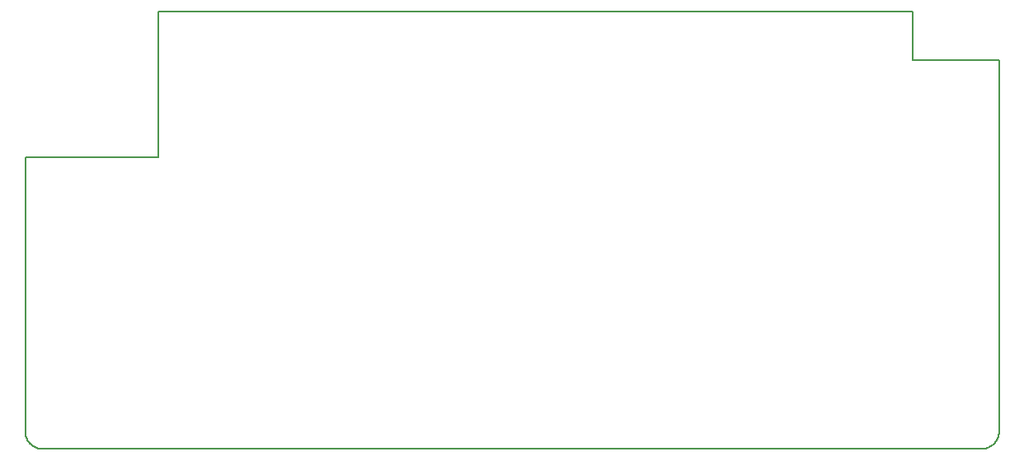
<source format=gm1>
G04 MADE WITH FRITZING*
G04 WWW.FRITZING.ORG*
G04 DOUBLE SIDED*
G04 HOLES PLATED*
G04 CONTOUR ON CENTER OF CONTOUR VECTOR*
%ASAXBY*%
%FSLAX23Y23*%
%MOIN*%
%OFA0B0*%
%SFA1.0B1.0*%
%ADD10C,0.005000*%
%ADD10C,0.008*%
%LNCONTOUR*%
G90*
G70*
G54D10*
G54D10*
X537Y1772D02*
X537Y1771D01*
X537Y1184D01*
X536Y1183D01*
X535Y1183D01*
X534Y1183D01*
X533Y1183D01*
X532Y1183D01*
X531Y1183D01*
X530Y1183D01*
X529Y1183D01*
X528Y1183D01*
X527Y1183D01*
X526Y1183D01*
X525Y1183D01*
X524Y1183D01*
X523Y1183D01*
X522Y1183D01*
X521Y1183D01*
X520Y1183D01*
X519Y1183D01*
X518Y1183D01*
X517Y1183D01*
X516Y1183D01*
X515Y1183D01*
X514Y1183D01*
X513Y1183D01*
X512Y1183D01*
X511Y1183D01*
X510Y1183D01*
X509Y1183D01*
X508Y1183D01*
X507Y1183D01*
X506Y1183D01*
X505Y1183D01*
X504Y1183D01*
X503Y1183D01*
X502Y1183D01*
X501Y1183D01*
X500Y1183D01*
X499Y1183D01*
X498Y1183D01*
X497Y1183D01*
X496Y1183D01*
X495Y1183D01*
X494Y1183D01*
X493Y1183D01*
X492Y1183D01*
X491Y1183D01*
X490Y1183D01*
X489Y1183D01*
X488Y1183D01*
X487Y1183D01*
X486Y1183D01*
X485Y1183D01*
X484Y1183D01*
X483Y1183D01*
X482Y1183D01*
X481Y1183D01*
X480Y1183D01*
X479Y1183D01*
X478Y1183D01*
X477Y1183D01*
X476Y1183D01*
X475Y1183D01*
X474Y1183D01*
X473Y1183D01*
X472Y1183D01*
X471Y1183D01*
X470Y1183D01*
X469Y1183D01*
X468Y1183D01*
X467Y1183D01*
X466Y1183D01*
X465Y1183D01*
X464Y1183D01*
X463Y1183D01*
X462Y1183D01*
X461Y1183D01*
X460Y1183D01*
X459Y1183D01*
X458Y1183D01*
X457Y1183D01*
X456Y1183D01*
X455Y1183D01*
X454Y1183D01*
X453Y1183D01*
X452Y1183D01*
X451Y1183D01*
X450Y1183D01*
X449Y1183D01*
X448Y1183D01*
X447Y1183D01*
X446Y1183D01*
X445Y1183D01*
X444Y1183D01*
X443Y1183D01*
X442Y1183D01*
X441Y1183D01*
X440Y1183D01*
X439Y1183D01*
X438Y1183D01*
X437Y1183D01*
X436Y1183D01*
X435Y1183D01*
X434Y1183D01*
X433Y1183D01*
X432Y1183D01*
X431Y1183D01*
X430Y1183D01*
X429Y1183D01*
X428Y1183D01*
X427Y1183D01*
X426Y1183D01*
X425Y1183D01*
X424Y1183D01*
X423Y1183D01*
X422Y1183D01*
X421Y1183D01*
X420Y1183D01*
X419Y1183D01*
X418Y1183D01*
X417Y1183D01*
X416Y1183D01*
X415Y1183D01*
X414Y1183D01*
X413Y1183D01*
X412Y1183D01*
X411Y1183D01*
X410Y1183D01*
X409Y1183D01*
X408Y1183D01*
X407Y1183D01*
X406Y1183D01*
X405Y1183D01*
X404Y1183D01*
X403Y1183D01*
X402Y1183D01*
X401Y1183D01*
X400Y1183D01*
X399Y1183D01*
X398Y1183D01*
X397Y1183D01*
X396Y1183D01*
X395Y1183D01*
X394Y1183D01*
X393Y1183D01*
X392Y1183D01*
X391Y1183D01*
X390Y1183D01*
X389Y1183D01*
X388Y1183D01*
X387Y1183D01*
X386Y1183D01*
X385Y1183D01*
X384Y1183D01*
X383Y1183D01*
X382Y1183D01*
X381Y1183D01*
X380Y1183D01*
X379Y1183D01*
X378Y1183D01*
X377Y1183D01*
X376Y1183D01*
X375Y1183D01*
X374Y1183D01*
X373Y1183D01*
X372Y1183D01*
X371Y1183D01*
X370Y1183D01*
X369Y1183D01*
X368Y1183D01*
X367Y1183D01*
X366Y1183D01*
X365Y1183D01*
X364Y1183D01*
X363Y1183D01*
X362Y1183D01*
X361Y1183D01*
X360Y1183D01*
X359Y1183D01*
X358Y1183D01*
X357Y1183D01*
X356Y1183D01*
X355Y1183D01*
X354Y1183D01*
X353Y1183D01*
X352Y1183D01*
X351Y1183D01*
X350Y1183D01*
X349Y1183D01*
X348Y1183D01*
X347Y1183D01*
X346Y1183D01*
X345Y1183D01*
X344Y1183D01*
X343Y1183D01*
X342Y1183D01*
X341Y1183D01*
X340Y1183D01*
X339Y1183D01*
X338Y1183D01*
X337Y1183D01*
X336Y1183D01*
X335Y1183D01*
X334Y1183D01*
X333Y1183D01*
X332Y1183D01*
X331Y1183D01*
X330Y1183D01*
X329Y1183D01*
X328Y1183D01*
X327Y1183D01*
X326Y1183D01*
X325Y1183D01*
X324Y1183D01*
X323Y1183D01*
X322Y1183D01*
X321Y1183D01*
X320Y1183D01*
X319Y1183D01*
X318Y1183D01*
X317Y1183D01*
X316Y1183D01*
X315Y1183D01*
X314Y1183D01*
X313Y1183D01*
X312Y1183D01*
X311Y1183D01*
X310Y1183D01*
X309Y1183D01*
X308Y1183D01*
X307Y1183D01*
X306Y1183D01*
X305Y1183D01*
X304Y1183D01*
X303Y1183D01*
X302Y1183D01*
X301Y1183D01*
X300Y1183D01*
X299Y1183D01*
X298Y1183D01*
X297Y1183D01*
X296Y1183D01*
X295Y1183D01*
X294Y1183D01*
X293Y1183D01*
X292Y1183D01*
X291Y1183D01*
X290Y1183D01*
X289Y1183D01*
X288Y1183D01*
X287Y1183D01*
X286Y1183D01*
X285Y1183D01*
X284Y1183D01*
X283Y1183D01*
X282Y1183D01*
X281Y1183D01*
X280Y1183D01*
X279Y1183D01*
X278Y1183D01*
X277Y1183D01*
X276Y1183D01*
X275Y1183D01*
X274Y1183D01*
X273Y1183D01*
X272Y1183D01*
X271Y1183D01*
X270Y1183D01*
X269Y1183D01*
X268Y1183D01*
X267Y1183D01*
X266Y1183D01*
X265Y1183D01*
X264Y1183D01*
X263Y1183D01*
X262Y1183D01*
X261Y1183D01*
X260Y1183D01*
X259Y1183D01*
X258Y1183D01*
X257Y1183D01*
X256Y1183D01*
X255Y1183D01*
X254Y1183D01*
X253Y1183D01*
X252Y1183D01*
X251Y1183D01*
X250Y1183D01*
X249Y1183D01*
X248Y1183D01*
X247Y1183D01*
X246Y1183D01*
X245Y1183D01*
X244Y1183D01*
X243Y1183D01*
X242Y1183D01*
X241Y1183D01*
X240Y1183D01*
X239Y1183D01*
X238Y1183D01*
X237Y1183D01*
X236Y1183D01*
X235Y1183D01*
X234Y1183D01*
X233Y1183D01*
X232Y1183D01*
X231Y1183D01*
X230Y1183D01*
X229Y1183D01*
X228Y1183D01*
X227Y1183D01*
X226Y1183D01*
X225Y1183D01*
X224Y1183D01*
X223Y1183D01*
X222Y1183D01*
X221Y1183D01*
X220Y1183D01*
X219Y1183D01*
X218Y1183D01*
X217Y1183D01*
X216Y1183D01*
X215Y1183D01*
X214Y1183D01*
X213Y1183D01*
X212Y1183D01*
X211Y1183D01*
X210Y1183D01*
X209Y1183D01*
X208Y1183D01*
X207Y1183D01*
X206Y1183D01*
X205Y1183D01*
X204Y1183D01*
X203Y1183D01*
X202Y1183D01*
X201Y1183D01*
X200Y1183D01*
X199Y1183D01*
X198Y1183D01*
X197Y1183D01*
X196Y1183D01*
X195Y1183D01*
X194Y1183D01*
X193Y1183D01*
X192Y1183D01*
X191Y1183D01*
X190Y1183D01*
X189Y1183D01*
X188Y1183D01*
X187Y1183D01*
X186Y1183D01*
X185Y1183D01*
X184Y1183D01*
X183Y1183D01*
X182Y1183D01*
X181Y1183D01*
X180Y1183D01*
X179Y1183D01*
X178Y1183D01*
X177Y1183D01*
X176Y1183D01*
X175Y1183D01*
X174Y1183D01*
X173Y1183D01*
X172Y1183D01*
X171Y1183D01*
X170Y1183D01*
X169Y1183D01*
X168Y1183D01*
X167Y1183D01*
X166Y1183D01*
X165Y1183D01*
X164Y1183D01*
X163Y1183D01*
X162Y1183D01*
X161Y1183D01*
X160Y1183D01*
X159Y1183D01*
X158Y1183D01*
X157Y1183D01*
X156Y1183D01*
X155Y1183D01*
X154Y1183D01*
X153Y1183D01*
X152Y1183D01*
X151Y1183D01*
X150Y1183D01*
X149Y1183D01*
X148Y1183D01*
X147Y1183D01*
X146Y1183D01*
X145Y1183D01*
X144Y1183D01*
X143Y1183D01*
X142Y1183D01*
X141Y1183D01*
X140Y1183D01*
X139Y1183D01*
X138Y1183D01*
X137Y1183D01*
X136Y1183D01*
X135Y1183D01*
X134Y1183D01*
X133Y1183D01*
X132Y1183D01*
X131Y1183D01*
X130Y1183D01*
X129Y1183D01*
X128Y1183D01*
X127Y1183D01*
X126Y1183D01*
X125Y1183D01*
X124Y1183D01*
X123Y1183D01*
X122Y1183D01*
X121Y1183D01*
X120Y1183D01*
X119Y1183D01*
X118Y1183D01*
X117Y1183D01*
X116Y1183D01*
X115Y1183D01*
X114Y1183D01*
X113Y1183D01*
X112Y1183D01*
X111Y1183D01*
X110Y1183D01*
X109Y1183D01*
X108Y1183D01*
X107Y1183D01*
X106Y1183D01*
X105Y1183D01*
X104Y1183D01*
X103Y1183D01*
X102Y1183D01*
X101Y1183D01*
X100Y1183D01*
X99Y1183D01*
X98Y1183D01*
X97Y1183D01*
X96Y1183D01*
X95Y1183D01*
X94Y1183D01*
X93Y1183D01*
X92Y1183D01*
X91Y1183D01*
X90Y1183D01*
X89Y1183D01*
X88Y1183D01*
X87Y1183D01*
X86Y1183D01*
X85Y1183D01*
X84Y1183D01*
X83Y1183D01*
X82Y1183D01*
X81Y1183D01*
X80Y1183D01*
X79Y1183D01*
X78Y1183D01*
X77Y1183D01*
X76Y1183D01*
X75Y1183D01*
X74Y1183D01*
X73Y1183D01*
X72Y1183D01*
X71Y1183D01*
X70Y1183D01*
X69Y1183D01*
X68Y1183D01*
X67Y1183D01*
X66Y1183D01*
X65Y1183D01*
X64Y1183D01*
X63Y1183D01*
X62Y1183D01*
X61Y1183D01*
X60Y1183D01*
X59Y1183D01*
X58Y1183D01*
X57Y1183D01*
X56Y1183D01*
X55Y1183D01*
X54Y1183D01*
X53Y1183D01*
X52Y1183D01*
X51Y1183D01*
X50Y1183D01*
X49Y1183D01*
X48Y1183D01*
X47Y1183D01*
X46Y1183D01*
X45Y1183D01*
X44Y1183D01*
X43Y1183D01*
X42Y1183D01*
X41Y1183D01*
X40Y1183D01*
X39Y1183D01*
X38Y1183D01*
X37Y1183D01*
X36Y1183D01*
X35Y1183D01*
X34Y1183D01*
X33Y1183D01*
X32Y1183D01*
X31Y1183D01*
X30Y1183D01*
X29Y1183D01*
X28Y1183D01*
X27Y1183D01*
X26Y1183D01*
X25Y1183D01*
X24Y1183D01*
X23Y1183D01*
X22Y1183D01*
X21Y1183D01*
X20Y1183D01*
X19Y1183D01*
X18Y1183D01*
X17Y1183D01*
X16Y1183D01*
X15Y1183D01*
X14Y1183D01*
X13Y1183D01*
X12Y1183D01*
X11Y1183D01*
X10Y1183D01*
X9Y1183D01*
X8Y1183D01*
X7Y1183D01*
X6Y1183D01*
X5Y1183D01*
X4Y1183D01*
X3Y1183D01*
X2Y1183D01*
X1Y1183D01*
X0Y1183D01*
X0Y64D01*
X1Y63D01*
X1Y58D01*
X2Y57D01*
X2Y54D01*
X3Y53D01*
X3Y51D01*
X4Y50D01*
X4Y48D01*
X5Y47D01*
X5Y46D01*
X6Y45D01*
X6Y43D01*
X7Y42D01*
X8Y41D01*
X8Y40D01*
X9Y39D01*
X9Y38D01*
X10Y37D01*
X10Y36D01*
X11Y35D01*
X12Y34D01*
X12Y33D01*
X13Y32D01*
X14Y31D01*
X15Y30D01*
X16Y29D01*
X16Y28D01*
X17Y27D01*
X18Y26D01*
X19Y25D01*
X20Y24D01*
X21Y23D01*
X22Y22D01*
X23Y21D01*
X24Y20D01*
X25Y20D01*
X26Y19D01*
X27Y18D01*
X28Y17D01*
X29Y17D01*
X30Y16D01*
X31Y15D01*
X32Y15D01*
X33Y14D01*
X34Y13D01*
X35Y13D01*
X36Y12D01*
X37Y12D01*
X38Y11D01*
X39Y11D01*
X40Y10D01*
X41Y10D01*
X42Y9D01*
X43Y9D01*
X44Y8D01*
X45Y8D01*
X46Y7D01*
X47Y7D01*
X48Y7D01*
X49Y6D01*
X50Y6D01*
X51Y6D01*
X52Y5D01*
X53Y5D01*
X54Y5D01*
X55Y5D01*
X56Y4D01*
X57Y4D01*
X58Y4D01*
X59Y4D01*
X60Y3D01*
X61Y3D01*
X62Y3D01*
X63Y3D01*
X64Y3D01*
X65Y3D01*
X66Y3D01*
X67Y2D01*
X68Y2D01*
X69Y2D01*
X70Y2D01*
X71Y2D01*
X72Y2D01*
X73Y2D01*
X74Y2D01*
X75Y2D01*
X76Y2D01*
X77Y2D01*
X78Y2D01*
X79Y2D01*
X80Y2D01*
X81Y2D01*
X82Y2D01*
X83Y2D01*
X84Y2D01*
X85Y2D01*
X86Y2D01*
X87Y2D01*
X88Y2D01*
X89Y2D01*
X90Y2D01*
X91Y2D01*
X92Y2D01*
X93Y2D01*
X94Y2D01*
X95Y2D01*
X96Y2D01*
X97Y2D01*
X98Y2D01*
X99Y2D01*
X100Y2D01*
X101Y2D01*
X102Y2D01*
X103Y2D01*
X104Y2D01*
X105Y2D01*
X106Y2D01*
X107Y2D01*
X108Y2D01*
X109Y2D01*
X110Y2D01*
X111Y2D01*
X112Y2D01*
X113Y2D01*
X114Y2D01*
X115Y2D01*
X116Y2D01*
X117Y2D01*
X118Y2D01*
X119Y2D01*
X120Y2D01*
X121Y2D01*
X122Y2D01*
X123Y2D01*
X124Y2D01*
X125Y2D01*
X126Y2D01*
X127Y2D01*
X128Y2D01*
X129Y2D01*
X130Y2D01*
X131Y2D01*
X132Y2D01*
X133Y2D01*
X134Y2D01*
X135Y2D01*
X136Y2D01*
X137Y2D01*
X138Y2D01*
X139Y2D01*
X140Y2D01*
X141Y2D01*
X142Y2D01*
X143Y2D01*
X144Y2D01*
X145Y2D01*
X146Y2D01*
X147Y2D01*
X148Y2D01*
X149Y2D01*
X150Y2D01*
X151Y2D01*
X152Y2D01*
X153Y2D01*
X154Y2D01*
X155Y2D01*
X156Y2D01*
X157Y2D01*
X158Y2D01*
X159Y2D01*
X160Y2D01*
X161Y2D01*
X162Y2D01*
X163Y2D01*
X164Y2D01*
X165Y2D01*
X166Y2D01*
X167Y2D01*
X168Y2D01*
X169Y2D01*
X170Y2D01*
X171Y2D01*
X172Y2D01*
X173Y2D01*
X174Y2D01*
X175Y2D01*
X176Y2D01*
X177Y2D01*
X178Y2D01*
X179Y2D01*
X180Y2D01*
X181Y2D01*
X182Y2D01*
X183Y2D01*
X184Y2D01*
X185Y2D01*
X186Y2D01*
X187Y2D01*
X188Y2D01*
X189Y2D01*
X190Y2D01*
X191Y2D01*
X192Y2D01*
X193Y2D01*
X194Y2D01*
X195Y2D01*
X196Y2D01*
X197Y2D01*
X198Y2D01*
X199Y2D01*
X200Y2D01*
X201Y2D01*
X202Y2D01*
X203Y2D01*
X204Y2D01*
X205Y2D01*
X206Y2D01*
X207Y2D01*
X208Y2D01*
X209Y2D01*
X210Y2D01*
X211Y2D01*
X212Y2D01*
X213Y2D01*
X214Y2D01*
X215Y2D01*
X216Y2D01*
X217Y2D01*
X218Y2D01*
X219Y2D01*
X220Y2D01*
X221Y2D01*
X222Y2D01*
X223Y2D01*
X224Y2D01*
X225Y2D01*
X226Y2D01*
X227Y2D01*
X228Y2D01*
X229Y2D01*
X230Y2D01*
X231Y2D01*
X232Y2D01*
X233Y2D01*
X234Y2D01*
X235Y2D01*
X236Y2D01*
X237Y2D01*
X238Y2D01*
X239Y2D01*
X240Y2D01*
X241Y2D01*
X242Y2D01*
X243Y2D01*
X244Y2D01*
X245Y2D01*
X246Y2D01*
X247Y2D01*
X248Y2D01*
X249Y2D01*
X250Y2D01*
X251Y2D01*
X252Y2D01*
X253Y2D01*
X254Y2D01*
X255Y2D01*
X256Y2D01*
X257Y2D01*
X258Y2D01*
X259Y2D01*
X260Y2D01*
X261Y2D01*
X262Y2D01*
X263Y2D01*
X264Y2D01*
X265Y2D01*
X266Y2D01*
X267Y2D01*
X268Y2D01*
X269Y2D01*
X270Y2D01*
X271Y2D01*
X272Y2D01*
X273Y2D01*
X274Y2D01*
X275Y2D01*
X276Y2D01*
X277Y2D01*
X278Y2D01*
X279Y2D01*
X280Y2D01*
X281Y2D01*
X282Y2D01*
X283Y2D01*
X284Y2D01*
X285Y2D01*
X286Y2D01*
X287Y2D01*
X288Y2D01*
X289Y2D01*
X290Y2D01*
X291Y2D01*
X292Y2D01*
X293Y2D01*
X294Y2D01*
X295Y2D01*
X296Y2D01*
X297Y2D01*
X298Y2D01*
X299Y2D01*
X300Y2D01*
X301Y2D01*
X302Y2D01*
X303Y2D01*
X304Y2D01*
X305Y2D01*
X306Y2D01*
X307Y2D01*
X308Y2D01*
X309Y2D01*
X310Y2D01*
X311Y2D01*
X312Y2D01*
X313Y2D01*
X314Y2D01*
X315Y2D01*
X316Y2D01*
X317Y2D01*
X318Y2D01*
X319Y2D01*
X320Y2D01*
X321Y2D01*
X322Y2D01*
X323Y2D01*
X324Y2D01*
X325Y2D01*
X326Y2D01*
X327Y2D01*
X328Y2D01*
X329Y2D01*
X330Y2D01*
X331Y2D01*
X332Y2D01*
X333Y2D01*
X334Y2D01*
X335Y2D01*
X336Y2D01*
X337Y2D01*
X338Y2D01*
X339Y2D01*
X340Y2D01*
X341Y2D01*
X342Y2D01*
X343Y2D01*
X344Y2D01*
X345Y2D01*
X346Y2D01*
X347Y2D01*
X348Y2D01*
X349Y2D01*
X350Y2D01*
X351Y2D01*
X352Y2D01*
X353Y2D01*
X354Y2D01*
X355Y2D01*
X356Y2D01*
X357Y2D01*
X358Y2D01*
X359Y2D01*
X360Y2D01*
X361Y2D01*
X362Y2D01*
X363Y2D01*
X364Y2D01*
X365Y2D01*
X366Y2D01*
X367Y2D01*
X368Y2D01*
X369Y2D01*
X370Y2D01*
X371Y2D01*
X372Y2D01*
X373Y2D01*
X374Y2D01*
X375Y2D01*
X376Y2D01*
X377Y2D01*
X378Y2D01*
X379Y2D01*
X380Y2D01*
X381Y2D01*
X382Y2D01*
X383Y2D01*
X384Y2D01*
X385Y2D01*
X386Y2D01*
X387Y2D01*
X388Y2D01*
X389Y2D01*
X390Y2D01*
X391Y2D01*
X392Y2D01*
X393Y2D01*
X394Y2D01*
X395Y2D01*
X396Y2D01*
X397Y2D01*
X398Y2D01*
X399Y2D01*
X400Y2D01*
X401Y2D01*
X402Y2D01*
X403Y2D01*
X404Y2D01*
X405Y2D01*
X406Y2D01*
X407Y2D01*
X408Y2D01*
X409Y2D01*
X410Y2D01*
X411Y2D01*
X412Y2D01*
X413Y2D01*
X414Y2D01*
X415Y2D01*
X416Y2D01*
X417Y2D01*
X418Y2D01*
X419Y2D01*
X420Y2D01*
X421Y2D01*
X422Y2D01*
X423Y2D01*
X424Y2D01*
X425Y2D01*
X426Y2D01*
X427Y2D01*
X428Y2D01*
X429Y2D01*
X430Y2D01*
X431Y2D01*
X432Y2D01*
X433Y2D01*
X434Y2D01*
X435Y2D01*
X436Y2D01*
X437Y2D01*
X438Y2D01*
X439Y2D01*
X440Y2D01*
X441Y2D01*
X442Y2D01*
X443Y2D01*
X444Y2D01*
X445Y2D01*
X446Y2D01*
X447Y2D01*
X448Y2D01*
X449Y2D01*
X450Y2D01*
X451Y2D01*
X452Y2D01*
X453Y2D01*
X454Y2D01*
X455Y2D01*
X456Y2D01*
X457Y2D01*
X458Y2D01*
X459Y2D01*
X460Y2D01*
X461Y2D01*
X462Y2D01*
X463Y2D01*
X464Y2D01*
X465Y2D01*
X466Y2D01*
X467Y2D01*
X468Y2D01*
X469Y2D01*
X470Y2D01*
X471Y2D01*
X472Y2D01*
X473Y2D01*
X474Y2D01*
X475Y2D01*
X476Y2D01*
X477Y2D01*
X478Y2D01*
X479Y2D01*
X480Y2D01*
X481Y2D01*
X482Y2D01*
X483Y2D01*
X484Y2D01*
X485Y2D01*
X486Y2D01*
X487Y2D01*
X488Y2D01*
X489Y2D01*
X490Y2D01*
X491Y2D01*
X492Y2D01*
X493Y2D01*
X494Y2D01*
X495Y2D01*
X496Y2D01*
X497Y2D01*
X498Y2D01*
X499Y2D01*
X500Y2D01*
X501Y2D01*
X502Y2D01*
X503Y2D01*
X504Y2D01*
X505Y2D01*
X506Y2D01*
X507Y2D01*
X508Y2D01*
X509Y2D01*
X510Y2D01*
X511Y2D01*
X512Y2D01*
X513Y2D01*
X514Y2D01*
X515Y2D01*
X516Y2D01*
X517Y2D01*
X518Y2D01*
X519Y2D01*
X520Y2D01*
X521Y2D01*
X522Y2D01*
X523Y2D01*
X524Y2D01*
X525Y2D01*
X526Y2D01*
X527Y2D01*
X528Y2D01*
X529Y2D01*
X530Y2D01*
X531Y2D01*
X532Y2D01*
X533Y2D01*
X534Y2D01*
X535Y2D01*
X536Y2D01*
X537Y2D01*
X538Y2D01*
X539Y2D01*
X540Y2D01*
X541Y2D01*
X542Y2D01*
X543Y2D01*
X544Y2D01*
X545Y2D01*
X546Y2D01*
X547Y2D01*
X548Y2D01*
X549Y2D01*
X550Y2D01*
X551Y2D01*
X552Y2D01*
X553Y2D01*
X554Y2D01*
X555Y2D01*
X556Y2D01*
X557Y2D01*
X558Y2D01*
X559Y2D01*
X560Y2D01*
X561Y2D01*
X562Y2D01*
X563Y2D01*
X564Y2D01*
X565Y2D01*
X566Y2D01*
X567Y2D01*
X568Y2D01*
X569Y2D01*
X570Y2D01*
X571Y2D01*
X572Y2D01*
X573Y2D01*
X574Y2D01*
X575Y2D01*
X576Y2D01*
X577Y2D01*
X578Y2D01*
X579Y2D01*
X580Y2D01*
X581Y2D01*
X582Y2D01*
X583Y2D01*
X584Y2D01*
X585Y2D01*
X586Y2D01*
X587Y2D01*
X588Y2D01*
X589Y2D01*
X590Y2D01*
X591Y2D01*
X592Y2D01*
X593Y2D01*
X594Y2D01*
X595Y2D01*
X596Y2D01*
X597Y2D01*
X598Y2D01*
X599Y2D01*
X600Y2D01*
X601Y2D01*
X602Y2D01*
X603Y2D01*
X604Y2D01*
X605Y2D01*
X606Y2D01*
X607Y2D01*
X608Y2D01*
X609Y2D01*
X610Y2D01*
X611Y2D01*
X612Y2D01*
X613Y2D01*
X614Y2D01*
X615Y2D01*
X616Y2D01*
X617Y2D01*
X618Y2D01*
X619Y2D01*
X620Y2D01*
X621Y2D01*
X622Y2D01*
X623Y2D01*
X624Y2D01*
X625Y2D01*
X626Y2D01*
X627Y2D01*
X628Y2D01*
X629Y2D01*
X630Y2D01*
X631Y2D01*
X632Y2D01*
X633Y2D01*
X634Y2D01*
X635Y2D01*
X636Y2D01*
X637Y2D01*
X638Y2D01*
X639Y2D01*
X640Y2D01*
X641Y2D01*
X642Y2D01*
X643Y2D01*
X644Y2D01*
X645Y2D01*
X646Y2D01*
X647Y2D01*
X648Y2D01*
X649Y2D01*
X650Y2D01*
X651Y2D01*
X652Y2D01*
X653Y2D01*
X654Y2D01*
X655Y2D01*
X656Y2D01*
X657Y2D01*
X658Y2D01*
X659Y2D01*
X660Y2D01*
X661Y2D01*
X662Y2D01*
X663Y2D01*
X664Y2D01*
X665Y2D01*
X666Y2D01*
X667Y2D01*
X668Y2D01*
X669Y2D01*
X670Y2D01*
X671Y2D01*
X672Y2D01*
X673Y2D01*
X674Y2D01*
X675Y2D01*
X676Y2D01*
X677Y2D01*
X678Y2D01*
X679Y2D01*
X680Y2D01*
X681Y2D01*
X682Y2D01*
X683Y2D01*
X684Y2D01*
X685Y2D01*
X686Y2D01*
X687Y2D01*
X688Y2D01*
X689Y2D01*
X690Y2D01*
X691Y2D01*
X692Y2D01*
X693Y2D01*
X694Y2D01*
X695Y2D01*
X696Y2D01*
X697Y2D01*
X698Y2D01*
X699Y2D01*
X700Y2D01*
X701Y2D01*
X702Y2D01*
X703Y2D01*
X704Y2D01*
X705Y2D01*
X706Y2D01*
X707Y2D01*
X708Y2D01*
X709Y2D01*
X710Y2D01*
X711Y2D01*
X712Y2D01*
X713Y2D01*
X714Y2D01*
X715Y2D01*
X716Y2D01*
X717Y2D01*
X718Y2D01*
X719Y2D01*
X720Y2D01*
X721Y2D01*
X722Y2D01*
X723Y2D01*
X724Y2D01*
X725Y2D01*
X726Y2D01*
X727Y2D01*
X728Y2D01*
X729Y2D01*
X730Y2D01*
X731Y2D01*
X732Y2D01*
X733Y2D01*
X734Y2D01*
X735Y2D01*
X736Y2D01*
X737Y2D01*
X738Y2D01*
X739Y2D01*
X740Y2D01*
X741Y2D01*
X742Y2D01*
X743Y2D01*
X744Y2D01*
X745Y2D01*
X746Y2D01*
X747Y2D01*
X748Y2D01*
X749Y2D01*
X750Y2D01*
X751Y2D01*
X752Y2D01*
X753Y2D01*
X754Y2D01*
X755Y2D01*
X756Y2D01*
X757Y2D01*
X758Y2D01*
X759Y2D01*
X760Y2D01*
X761Y2D01*
X762Y2D01*
X763Y2D01*
X764Y2D01*
X765Y2D01*
X766Y2D01*
X767Y2D01*
X768Y2D01*
X769Y2D01*
X770Y2D01*
X771Y2D01*
X772Y2D01*
X773Y2D01*
X774Y2D01*
X775Y2D01*
X776Y2D01*
X777Y2D01*
X778Y2D01*
X779Y2D01*
X780Y2D01*
X781Y2D01*
X782Y2D01*
X783Y2D01*
X784Y2D01*
X785Y2D01*
X786Y2D01*
X787Y2D01*
X788Y2D01*
X789Y2D01*
X790Y2D01*
X791Y2D01*
X792Y2D01*
X793Y2D01*
X794Y2D01*
X795Y2D01*
X796Y2D01*
X797Y2D01*
X798Y2D01*
X799Y2D01*
X800Y2D01*
X801Y2D01*
X802Y2D01*
X803Y2D01*
X804Y2D01*
X805Y2D01*
X806Y2D01*
X807Y2D01*
X808Y2D01*
X809Y2D01*
X810Y2D01*
X811Y2D01*
X812Y2D01*
X813Y2D01*
X814Y2D01*
X815Y2D01*
X816Y2D01*
X817Y2D01*
X818Y2D01*
X819Y2D01*
X820Y2D01*
X821Y2D01*
X822Y2D01*
X823Y2D01*
X824Y2D01*
X825Y2D01*
X826Y2D01*
X827Y2D01*
X828Y2D01*
X829Y2D01*
X830Y2D01*
X831Y2D01*
X832Y2D01*
X833Y2D01*
X834Y2D01*
X835Y2D01*
X836Y2D01*
X837Y2D01*
X838Y2D01*
X839Y2D01*
X840Y2D01*
X841Y2D01*
X842Y2D01*
X843Y2D01*
X844Y2D01*
X845Y2D01*
X846Y2D01*
X847Y2D01*
X848Y2D01*
X849Y2D01*
X850Y2D01*
X851Y2D01*
X852Y2D01*
X853Y2D01*
X854Y2D01*
X855Y2D01*
X856Y2D01*
X857Y2D01*
X858Y2D01*
X859Y2D01*
X860Y2D01*
X861Y2D01*
X862Y2D01*
X863Y2D01*
X864Y2D01*
X865Y2D01*
X866Y2D01*
X867Y2D01*
X868Y2D01*
X869Y2D01*
X870Y2D01*
X871Y2D01*
X872Y2D01*
X873Y2D01*
X874Y2D01*
X875Y2D01*
X876Y2D01*
X877Y2D01*
X878Y2D01*
X879Y2D01*
X880Y2D01*
X881Y2D01*
X882Y2D01*
X883Y2D01*
X884Y2D01*
X885Y2D01*
X886Y2D01*
X887Y2D01*
X888Y2D01*
X889Y2D01*
X890Y2D01*
X891Y2D01*
X892Y2D01*
X893Y2D01*
X894Y2D01*
X895Y2D01*
X896Y2D01*
X897Y2D01*
X898Y2D01*
X899Y2D01*
X900Y2D01*
X901Y2D01*
X902Y2D01*
X903Y2D01*
X904Y2D01*
X905Y2D01*
X906Y2D01*
X907Y2D01*
X908Y2D01*
X909Y2D01*
X910Y2D01*
X911Y2D01*
X912Y2D01*
X913Y2D01*
X914Y2D01*
X915Y2D01*
X916Y2D01*
X917Y2D01*
X918Y2D01*
X919Y2D01*
X920Y2D01*
X921Y2D01*
X922Y2D01*
X923Y2D01*
X924Y2D01*
X925Y2D01*
X926Y2D01*
X927Y2D01*
X928Y2D01*
X929Y2D01*
X930Y2D01*
X931Y2D01*
X932Y2D01*
X933Y2D01*
X934Y2D01*
X935Y2D01*
X936Y2D01*
X937Y2D01*
X938Y2D01*
X939Y2D01*
X940Y2D01*
X941Y2D01*
X942Y2D01*
X943Y2D01*
X944Y2D01*
X945Y2D01*
X946Y2D01*
X947Y2D01*
X948Y2D01*
X949Y2D01*
X950Y2D01*
X951Y2D01*
X952Y2D01*
X953Y2D01*
X954Y2D01*
X955Y2D01*
X956Y2D01*
X957Y2D01*
X958Y2D01*
X959Y2D01*
X960Y2D01*
X961Y2D01*
X962Y2D01*
X963Y2D01*
X964Y2D01*
X965Y2D01*
X966Y2D01*
X967Y2D01*
X968Y2D01*
X969Y2D01*
X970Y2D01*
X971Y2D01*
X972Y2D01*
X973Y2D01*
X974Y2D01*
X975Y2D01*
X976Y2D01*
X977Y2D01*
X978Y2D01*
X979Y2D01*
X980Y2D01*
X981Y2D01*
X982Y2D01*
X983Y2D01*
X984Y2D01*
X985Y2D01*
X986Y2D01*
X987Y2D01*
X988Y2D01*
X989Y2D01*
X990Y2D01*
X991Y2D01*
X992Y2D01*
X993Y2D01*
X994Y2D01*
X995Y2D01*
X996Y2D01*
X997Y2D01*
X998Y2D01*
X999Y2D01*
X1000Y2D01*
X1001Y2D01*
X1002Y2D01*
X1003Y2D01*
X1004Y2D01*
X1005Y2D01*
X1006Y2D01*
X1007Y2D01*
X1008Y2D01*
X1009Y2D01*
X1010Y2D01*
X1011Y2D01*
X1012Y2D01*
X1013Y2D01*
X1014Y2D01*
X1015Y2D01*
X1016Y2D01*
X1017Y2D01*
X1018Y2D01*
X1019Y2D01*
X1020Y2D01*
X1021Y2D01*
X1022Y2D01*
X1023Y2D01*
X1024Y2D01*
X1025Y2D01*
X1026Y2D01*
X1027Y2D01*
X1028Y2D01*
X1029Y2D01*
X1030Y2D01*
X1031Y2D01*
X1032Y2D01*
X1033Y2D01*
X1034Y2D01*
X1035Y2D01*
X1036Y2D01*
X1037Y2D01*
X1038Y2D01*
X1039Y2D01*
X1040Y2D01*
X1041Y2D01*
X1042Y2D01*
X1043Y2D01*
X1044Y2D01*
X1045Y2D01*
X1046Y2D01*
X1047Y2D01*
X1048Y2D01*
X1049Y2D01*
X1050Y2D01*
X1051Y2D01*
X1052Y2D01*
X1053Y2D01*
X1054Y2D01*
X1055Y2D01*
X1056Y2D01*
X1057Y2D01*
X1058Y2D01*
X1059Y2D01*
X1060Y2D01*
X1061Y2D01*
X1062Y2D01*
X1063Y2D01*
X1064Y2D01*
X1065Y2D01*
X1066Y2D01*
X1067Y2D01*
X1068Y2D01*
X1069Y2D01*
X1070Y2D01*
X1071Y2D01*
X1072Y2D01*
X1073Y2D01*
X1074Y2D01*
X1075Y2D01*
X1076Y2D01*
X1077Y2D01*
X1078Y2D01*
X1079Y2D01*
X1080Y2D01*
X1081Y2D01*
X1082Y2D01*
X1083Y2D01*
X1084Y2D01*
X1085Y2D01*
X1086Y2D01*
X1087Y2D01*
X1088Y2D01*
X1089Y2D01*
X1090Y2D01*
X1091Y2D01*
X1092Y2D01*
X1093Y2D01*
X1094Y2D01*
X1095Y2D01*
X1096Y2D01*
X1097Y2D01*
X1098Y2D01*
X1099Y2D01*
X1100Y2D01*
X1101Y2D01*
X1102Y2D01*
X1103Y2D01*
X1104Y2D01*
X1105Y2D01*
X1106Y2D01*
X1107Y2D01*
X1108Y2D01*
X1109Y2D01*
X1110Y2D01*
X1111Y2D01*
X1112Y2D01*
X1113Y2D01*
X1114Y2D01*
X1115Y2D01*
X1116Y2D01*
X1117Y2D01*
X1118Y2D01*
X1119Y2D01*
X1120Y2D01*
X1121Y2D01*
X1122Y2D01*
X1123Y2D01*
X1124Y2D01*
X1125Y2D01*
X1126Y2D01*
X1127Y2D01*
X1128Y2D01*
X1129Y2D01*
X1130Y2D01*
X1131Y2D01*
X1132Y2D01*
X1133Y2D01*
X1134Y2D01*
X1135Y2D01*
X1136Y2D01*
X1137Y2D01*
X1138Y2D01*
X1139Y2D01*
X1140Y2D01*
X1141Y2D01*
X1142Y2D01*
X1143Y2D01*
X1144Y2D01*
X1145Y2D01*
X1146Y2D01*
X1147Y2D01*
X1148Y2D01*
X1149Y2D01*
X1150Y2D01*
X1151Y2D01*
X1152Y2D01*
X1153Y2D01*
X1154Y2D01*
X1155Y2D01*
X1156Y2D01*
X1157Y2D01*
X1158Y2D01*
X1159Y2D01*
X1160Y2D01*
X1161Y2D01*
X1162Y2D01*
X1163Y2D01*
X1164Y2D01*
X1165Y2D01*
X1166Y2D01*
X1167Y2D01*
X1168Y2D01*
X1169Y2D01*
X1170Y2D01*
X1171Y2D01*
X1172Y2D01*
X1173Y2D01*
X1174Y2D01*
X1175Y2D01*
X1176Y2D01*
X1177Y2D01*
X1178Y2D01*
X1179Y2D01*
X1180Y2D01*
X1181Y2D01*
X1182Y2D01*
X1183Y2D01*
X1184Y2D01*
X1185Y2D01*
X1186Y2D01*
X1187Y2D01*
X1188Y2D01*
X1189Y2D01*
X1190Y2D01*
X1191Y2D01*
X1192Y2D01*
X1193Y2D01*
X1194Y2D01*
X1195Y2D01*
X1196Y2D01*
X1197Y2D01*
X1198Y2D01*
X1199Y2D01*
X1200Y2D01*
X1201Y2D01*
X1202Y2D01*
X1203Y2D01*
X1204Y2D01*
X1205Y2D01*
X1206Y2D01*
X1207Y2D01*
X1208Y2D01*
X1209Y2D01*
X1210Y2D01*
X1211Y2D01*
X1212Y2D01*
X1213Y2D01*
X1214Y2D01*
X1215Y2D01*
X1216Y2D01*
X1217Y2D01*
X1218Y2D01*
X1219Y2D01*
X1220Y2D01*
X1221Y2D01*
X1222Y2D01*
X1223Y2D01*
X1224Y2D01*
X1225Y2D01*
X1226Y2D01*
X1227Y2D01*
X1228Y2D01*
X1229Y2D01*
X1230Y2D01*
X1231Y2D01*
X1232Y2D01*
X1233Y2D01*
X1234Y2D01*
X1235Y2D01*
X1236Y2D01*
X1237Y2D01*
X1238Y2D01*
X1239Y2D01*
X1240Y2D01*
X1241Y2D01*
X1242Y2D01*
X1243Y2D01*
X1244Y2D01*
X1245Y2D01*
X1246Y2D01*
X1247Y2D01*
X1248Y2D01*
X1249Y2D01*
X1250Y2D01*
X1251Y2D01*
X1252Y2D01*
X1253Y2D01*
X1254Y2D01*
X1255Y2D01*
X1256Y2D01*
X1257Y2D01*
X1258Y2D01*
X1259Y2D01*
X1260Y2D01*
X1261Y2D01*
X1262Y2D01*
X1263Y2D01*
X1264Y2D01*
X1265Y2D01*
X1266Y2D01*
X1267Y2D01*
X1268Y2D01*
X1269Y2D01*
X1270Y2D01*
X1271Y2D01*
X1272Y2D01*
X1273Y2D01*
X1274Y2D01*
X1275Y2D01*
X1276Y2D01*
X1277Y2D01*
X1278Y2D01*
X1279Y2D01*
X1280Y2D01*
X1281Y2D01*
X1282Y2D01*
X1283Y2D01*
X1284Y2D01*
X1285Y2D01*
X1286Y2D01*
X1287Y2D01*
X1288Y2D01*
X1289Y2D01*
X1290Y2D01*
X1291Y2D01*
X1292Y2D01*
X1293Y2D01*
X1294Y2D01*
X1295Y2D01*
X1296Y2D01*
X1297Y2D01*
X1298Y2D01*
X1299Y2D01*
X1300Y2D01*
X1301Y2D01*
X1302Y2D01*
X1303Y2D01*
X1304Y2D01*
X1305Y2D01*
X1306Y2D01*
X1307Y2D01*
X1308Y2D01*
X1309Y2D01*
X1310Y2D01*
X1311Y2D01*
X1312Y2D01*
X1313Y2D01*
X1314Y2D01*
X1315Y2D01*
X1316Y2D01*
X1317Y2D01*
X1318Y2D01*
X1319Y2D01*
X1320Y2D01*
X1321Y2D01*
X1322Y2D01*
X1323Y2D01*
X1324Y2D01*
X1325Y2D01*
X1326Y2D01*
X1327Y2D01*
X1328Y2D01*
X1329Y2D01*
X1330Y2D01*
X1331Y2D01*
X1332Y2D01*
X1333Y2D01*
X1334Y2D01*
X1335Y2D01*
X1336Y2D01*
X1337Y2D01*
X1338Y2D01*
X1339Y2D01*
X1340Y2D01*
X1341Y2D01*
X1342Y2D01*
X1343Y2D01*
X1344Y2D01*
X1345Y2D01*
X1346Y2D01*
X1347Y2D01*
X1348Y2D01*
X1349Y2D01*
X1350Y2D01*
X1351Y2D01*
X1352Y2D01*
X1353Y2D01*
X1354Y2D01*
X1355Y2D01*
X1356Y2D01*
X1357Y2D01*
X1358Y2D01*
X1359Y2D01*
X1360Y2D01*
X1361Y2D01*
X1362Y2D01*
X1363Y2D01*
X1364Y2D01*
X1365Y2D01*
X1366Y2D01*
X1367Y2D01*
X1368Y2D01*
X1369Y2D01*
X1370Y2D01*
X1371Y2D01*
X1372Y2D01*
X1373Y2D01*
X1374Y2D01*
X1375Y2D01*
X1376Y2D01*
X1377Y2D01*
X1378Y2D01*
X1379Y2D01*
X1380Y2D01*
X1381Y2D01*
X1382Y2D01*
X1383Y2D01*
X1384Y2D01*
X1385Y2D01*
X1386Y2D01*
X1387Y2D01*
X1388Y2D01*
X1389Y2D01*
X1390Y2D01*
X1391Y2D01*
X1392Y2D01*
X1393Y2D01*
X1394Y2D01*
X1395Y2D01*
X1396Y2D01*
X1397Y2D01*
X1398Y2D01*
X1399Y2D01*
X1400Y2D01*
X1401Y2D01*
X1402Y2D01*
X1403Y2D01*
X1404Y2D01*
X1405Y2D01*
X1406Y2D01*
X1407Y2D01*
X1408Y2D01*
X1409Y2D01*
X1410Y2D01*
X1411Y2D01*
X1412Y2D01*
X1413Y2D01*
X1414Y2D01*
X1415Y2D01*
X1416Y2D01*
X1417Y2D01*
X1418Y2D01*
X1419Y2D01*
X1420Y2D01*
X1421Y2D01*
X1422Y2D01*
X1423Y2D01*
X1424Y2D01*
X1425Y2D01*
X1426Y2D01*
X1427Y2D01*
X1428Y2D01*
X1429Y2D01*
X1430Y2D01*
X1431Y2D01*
X1432Y2D01*
X1433Y2D01*
X1434Y2D01*
X1435Y2D01*
X1436Y2D01*
X1437Y2D01*
X1438Y2D01*
X1439Y2D01*
X1440Y2D01*
X1441Y2D01*
X1442Y2D01*
X1443Y2D01*
X1444Y2D01*
X1445Y2D01*
X1446Y2D01*
X1447Y2D01*
X1448Y2D01*
X1449Y2D01*
X1450Y2D01*
X1451Y2D01*
X1452Y2D01*
X1453Y2D01*
X1454Y2D01*
X1455Y2D01*
X1456Y2D01*
X1457Y2D01*
X1458Y2D01*
X1459Y2D01*
X1460Y2D01*
X1461Y2D01*
X1462Y2D01*
X1463Y2D01*
X1464Y2D01*
X1465Y2D01*
X1466Y2D01*
X1467Y2D01*
X1468Y2D01*
X1469Y2D01*
X1470Y2D01*
X1471Y2D01*
X1472Y2D01*
X1473Y2D01*
X1474Y2D01*
X1475Y2D01*
X1476Y2D01*
X1477Y2D01*
X1478Y2D01*
X1479Y2D01*
X1480Y2D01*
X1481Y2D01*
X1482Y2D01*
X1483Y2D01*
X1484Y2D01*
X1485Y2D01*
X1486Y2D01*
X1487Y2D01*
X1488Y2D01*
X1489Y2D01*
X1490Y2D01*
X1491Y2D01*
X1492Y2D01*
X1493Y2D01*
X1494Y2D01*
X1495Y2D01*
X1496Y2D01*
X1497Y2D01*
X1498Y2D01*
X1499Y2D01*
X1500Y2D01*
X1501Y2D01*
X1502Y2D01*
X1503Y2D01*
X1504Y2D01*
X1505Y2D01*
X1506Y2D01*
X1507Y2D01*
X1508Y2D01*
X1509Y2D01*
X1510Y2D01*
X1511Y2D01*
X1512Y2D01*
X1513Y2D01*
X1514Y2D01*
X1515Y2D01*
X1516Y2D01*
X1517Y2D01*
X1518Y2D01*
X1519Y2D01*
X1520Y2D01*
X1521Y2D01*
X1522Y2D01*
X1523Y2D01*
X1524Y2D01*
X1525Y2D01*
X1526Y2D01*
X1527Y2D01*
X1528Y2D01*
X1529Y2D01*
X1530Y2D01*
X1531Y2D01*
X1532Y2D01*
X1533Y2D01*
X1534Y2D01*
X1535Y2D01*
X1536Y2D01*
X1537Y2D01*
X1538Y2D01*
X1539Y2D01*
X1540Y2D01*
X1541Y2D01*
X1542Y2D01*
X1543Y2D01*
X1544Y2D01*
X1545Y2D01*
X1546Y2D01*
X1547Y2D01*
X1548Y2D01*
X1549Y2D01*
X1550Y2D01*
X1551Y2D01*
X1552Y2D01*
X1553Y2D01*
X1554Y2D01*
X1555Y2D01*
X1556Y2D01*
X1557Y2D01*
X1558Y2D01*
X1559Y2D01*
X1560Y2D01*
X1561Y2D01*
X1562Y2D01*
X1563Y2D01*
X1564Y2D01*
X1565Y2D01*
X1566Y2D01*
X1567Y2D01*
X1568Y2D01*
X1569Y2D01*
X1570Y2D01*
X1571Y2D01*
X1572Y2D01*
X1573Y2D01*
X1574Y2D01*
X1575Y2D01*
X1576Y2D01*
X1577Y2D01*
X1578Y2D01*
X1579Y2D01*
X1580Y2D01*
X1581Y2D01*
X1582Y2D01*
X1583Y2D01*
X1584Y2D01*
X1585Y2D01*
X1586Y2D01*
X1587Y2D01*
X1588Y2D01*
X1589Y2D01*
X1590Y2D01*
X1591Y2D01*
X1592Y2D01*
X1593Y2D01*
X1594Y2D01*
X1595Y2D01*
X1596Y2D01*
X1597Y2D01*
X1598Y2D01*
X1599Y2D01*
X1600Y2D01*
X1601Y2D01*
X1602Y2D01*
X1603Y2D01*
X1604Y2D01*
X1605Y2D01*
X1606Y2D01*
X1607Y2D01*
X1608Y2D01*
X1609Y2D01*
X1610Y2D01*
X1611Y2D01*
X1612Y2D01*
X1613Y2D01*
X1614Y2D01*
X1615Y2D01*
X1616Y2D01*
X1617Y2D01*
X1618Y2D01*
X1619Y2D01*
X1620Y2D01*
X1621Y2D01*
X1622Y2D01*
X1623Y2D01*
X1624Y2D01*
X1625Y2D01*
X1626Y2D01*
X1627Y2D01*
X1628Y2D01*
X1629Y2D01*
X1630Y2D01*
X1631Y2D01*
X1632Y2D01*
X1633Y2D01*
X1634Y2D01*
X1635Y2D01*
X1636Y2D01*
X1637Y2D01*
X1638Y2D01*
X1639Y2D01*
X1640Y2D01*
X1641Y2D01*
X1642Y2D01*
X1643Y2D01*
X1644Y2D01*
X1645Y2D01*
X1646Y2D01*
X1647Y2D01*
X1648Y2D01*
X1649Y2D01*
X1650Y2D01*
X1651Y2D01*
X1652Y2D01*
X1653Y2D01*
X1654Y2D01*
X1655Y2D01*
X1656Y2D01*
X1657Y2D01*
X1658Y2D01*
X1659Y2D01*
X1660Y2D01*
X1661Y2D01*
X1662Y2D01*
X1663Y2D01*
X1664Y2D01*
X1665Y2D01*
X1666Y2D01*
X1667Y2D01*
X1668Y2D01*
X1669Y2D01*
X1670Y2D01*
X1671Y2D01*
X1672Y2D01*
X1673Y2D01*
X1674Y2D01*
X1675Y2D01*
X1676Y2D01*
X1677Y2D01*
X1678Y2D01*
X1679Y2D01*
X1680Y2D01*
X1681Y2D01*
X1682Y2D01*
X1683Y2D01*
X1684Y2D01*
X1685Y2D01*
X1686Y2D01*
X1687Y2D01*
X1688Y2D01*
X1689Y2D01*
X1690Y2D01*
X1691Y2D01*
X1692Y2D01*
X1693Y2D01*
X1694Y2D01*
X1695Y2D01*
X1696Y2D01*
X1697Y2D01*
X1698Y2D01*
X1699Y2D01*
X1700Y2D01*
X1701Y2D01*
X1702Y2D01*
X1703Y2D01*
X1704Y2D01*
X1705Y2D01*
X1706Y2D01*
X1707Y2D01*
X1708Y2D01*
X1709Y2D01*
X1710Y2D01*
X1711Y2D01*
X1712Y2D01*
X1713Y2D01*
X1714Y2D01*
X1715Y2D01*
X1716Y2D01*
X1717Y2D01*
X1718Y2D01*
X1719Y2D01*
X1720Y2D01*
X1721Y2D01*
X1722Y2D01*
X1723Y2D01*
X1724Y2D01*
X1725Y2D01*
X1726Y2D01*
X1727Y2D01*
X1728Y2D01*
X1729Y2D01*
X1730Y2D01*
X1731Y2D01*
X1732Y2D01*
X1733Y2D01*
X1734Y2D01*
X1735Y2D01*
X1736Y2D01*
X1737Y2D01*
X1738Y2D01*
X1739Y2D01*
X1740Y2D01*
X1741Y2D01*
X1742Y2D01*
X1743Y2D01*
X1744Y2D01*
X1745Y2D01*
X1746Y2D01*
X1747Y2D01*
X1748Y2D01*
X1749Y2D01*
X1750Y2D01*
X1751Y2D01*
X1752Y2D01*
X1753Y2D01*
X1754Y2D01*
X1755Y2D01*
X1756Y2D01*
X1757Y2D01*
X1758Y2D01*
X1759Y2D01*
X1760Y2D01*
X1761Y2D01*
X1762Y2D01*
X1763Y2D01*
X1764Y2D01*
X1765Y2D01*
X1766Y2D01*
X1767Y2D01*
X1768Y2D01*
X1769Y2D01*
X1770Y2D01*
X1771Y2D01*
X1772Y2D01*
X1773Y2D01*
X1774Y2D01*
X1775Y2D01*
X1776Y2D01*
X1777Y2D01*
X1778Y2D01*
X1779Y2D01*
X1780Y2D01*
X1781Y2D01*
X1782Y2D01*
X1783Y2D01*
X1784Y2D01*
X1785Y2D01*
X1786Y2D01*
X1787Y2D01*
X1788Y2D01*
X1789Y2D01*
X1790Y2D01*
X1791Y2D01*
X1792Y2D01*
X1793Y2D01*
X1794Y2D01*
X1795Y2D01*
X1796Y2D01*
X1797Y2D01*
X1798Y2D01*
X1799Y2D01*
X1800Y2D01*
X1801Y2D01*
X1802Y2D01*
X1803Y2D01*
X1804Y2D01*
X1805Y2D01*
X1806Y2D01*
X1807Y2D01*
X1808Y2D01*
X1809Y2D01*
X1810Y2D01*
X1811Y2D01*
X1812Y2D01*
X1813Y2D01*
X1814Y2D01*
X1815Y2D01*
X1816Y2D01*
X1817Y2D01*
X1818Y2D01*
X1819Y2D01*
X1820Y2D01*
X1821Y2D01*
X1822Y2D01*
X1823Y2D01*
X1824Y2D01*
X1825Y2D01*
X1826Y2D01*
X1827Y2D01*
X1828Y2D01*
X1829Y2D01*
X1830Y2D01*
X1831Y2D01*
X1832Y2D01*
X1833Y2D01*
X1834Y2D01*
X1835Y2D01*
X1836Y2D01*
X1837Y2D01*
X1838Y2D01*
X1839Y2D01*
X1840Y2D01*
X1841Y2D01*
X1842Y2D01*
X1843Y2D01*
X1844Y2D01*
X1845Y2D01*
X1846Y2D01*
X1847Y2D01*
X1848Y2D01*
X1849Y2D01*
X1850Y2D01*
X1851Y2D01*
X1852Y2D01*
X1853Y2D01*
X1854Y2D01*
X1855Y2D01*
X1856Y2D01*
X1857Y2D01*
X1858Y2D01*
X1859Y2D01*
X1860Y2D01*
X1861Y2D01*
X1862Y2D01*
X1863Y2D01*
X1864Y2D01*
X1865Y2D01*
X1866Y2D01*
X1867Y2D01*
X1868Y2D01*
X1869Y2D01*
X1870Y2D01*
X1871Y2D01*
X1872Y2D01*
X1873Y2D01*
X1874Y2D01*
X1875Y2D01*
X1876Y2D01*
X1877Y2D01*
X1878Y2D01*
X1879Y2D01*
X1880Y2D01*
X1881Y2D01*
X1882Y2D01*
X1883Y2D01*
X1884Y2D01*
X1885Y2D01*
X1886Y2D01*
X1887Y2D01*
X1888Y2D01*
X1889Y2D01*
X1890Y2D01*
X1891Y2D01*
X1892Y2D01*
X1893Y2D01*
X1894Y2D01*
X1895Y2D01*
X1896Y2D01*
X1897Y2D01*
X1898Y2D01*
X1899Y2D01*
X1900Y2D01*
X1901Y2D01*
X1902Y2D01*
X1903Y2D01*
X1904Y2D01*
X1905Y2D01*
X1906Y2D01*
X1907Y2D01*
X1908Y2D01*
X1909Y2D01*
X1910Y2D01*
X1911Y2D01*
X1912Y2D01*
X1913Y2D01*
X1914Y2D01*
X1915Y2D01*
X1916Y2D01*
X1917Y2D01*
X1918Y2D01*
X1919Y2D01*
X1920Y2D01*
X1921Y2D01*
X1922Y2D01*
X1923Y2D01*
X1924Y2D01*
X1925Y2D01*
X1926Y2D01*
X1927Y2D01*
X1928Y2D01*
X1929Y2D01*
X1930Y2D01*
X1931Y2D01*
X1932Y2D01*
X1933Y2D01*
X1934Y2D01*
X1935Y2D01*
X1936Y2D01*
X1937Y2D01*
X1938Y2D01*
X1939Y2D01*
X1940Y2D01*
X1941Y2D01*
X1942Y2D01*
X1943Y2D01*
X1944Y2D01*
X1945Y2D01*
X1946Y2D01*
X1947Y2D01*
X1948Y2D01*
X1949Y2D01*
X1950Y2D01*
X1951Y2D01*
X1952Y2D01*
X1953Y2D01*
X1954Y2D01*
X1955Y2D01*
X1956Y2D01*
X1957Y2D01*
X1958Y2D01*
X1959Y2D01*
X1960Y2D01*
X1961Y2D01*
X1962Y2D01*
X1963Y2D01*
X1964Y2D01*
X1965Y2D01*
X1966Y2D01*
X1967Y2D01*
X1968Y2D01*
X1969Y2D01*
X1970Y2D01*
X1971Y2D01*
X1972Y2D01*
X1973Y2D01*
X1974Y2D01*
X1975Y2D01*
X1976Y2D01*
X1977Y2D01*
X1978Y2D01*
X1979Y2D01*
X1980Y2D01*
X1981Y2D01*
X1982Y2D01*
X1983Y2D01*
X1984Y2D01*
X1985Y2D01*
X1986Y2D01*
X1987Y2D01*
X1988Y2D01*
X1989Y2D01*
X1990Y2D01*
X1991Y2D01*
X1992Y2D01*
X1993Y2D01*
X1994Y2D01*
X1995Y2D01*
X1996Y2D01*
X1997Y2D01*
X1998Y2D01*
X1999Y2D01*
X2000Y2D01*
X2001Y2D01*
X2002Y2D01*
X2003Y2D01*
X2004Y2D01*
X2005Y2D01*
X2006Y2D01*
X2007Y2D01*
X2008Y2D01*
X2009Y2D01*
X2010Y2D01*
X2011Y2D01*
X2012Y2D01*
X2013Y2D01*
X2014Y2D01*
X2015Y2D01*
X2016Y2D01*
X2017Y2D01*
X2018Y2D01*
X2019Y2D01*
X2020Y2D01*
X2021Y2D01*
X2022Y2D01*
X2023Y2D01*
X2024Y2D01*
X2025Y2D01*
X2026Y2D01*
X2027Y2D01*
X2028Y2D01*
X2029Y2D01*
X2030Y2D01*
X2031Y2D01*
X2032Y2D01*
X2033Y2D01*
X2034Y2D01*
X2035Y2D01*
X2036Y2D01*
X2037Y2D01*
X2038Y2D01*
X2039Y2D01*
X2040Y2D01*
X2041Y2D01*
X2042Y2D01*
X2043Y2D01*
X2044Y2D01*
X2045Y2D01*
X2046Y2D01*
X2047Y2D01*
X2048Y2D01*
X2049Y2D01*
X2050Y2D01*
X2051Y2D01*
X2052Y2D01*
X2053Y2D01*
X2054Y2D01*
X2055Y2D01*
X2056Y2D01*
X2057Y2D01*
X2058Y2D01*
X2059Y2D01*
X2060Y2D01*
X2061Y2D01*
X2062Y2D01*
X2063Y2D01*
X2064Y2D01*
X2065Y2D01*
X2066Y2D01*
X2067Y2D01*
X2068Y2D01*
X2069Y2D01*
X2070Y2D01*
X2071Y2D01*
X2072Y2D01*
X2073Y2D01*
X2074Y2D01*
X2075Y2D01*
X2076Y2D01*
X2077Y2D01*
X2078Y2D01*
X2079Y2D01*
X2080Y2D01*
X2081Y2D01*
X2082Y2D01*
X2083Y2D01*
X2084Y2D01*
X2085Y2D01*
X2086Y2D01*
X2087Y2D01*
X2088Y2D01*
X2089Y2D01*
X2090Y2D01*
X2091Y2D01*
X2092Y2D01*
X2093Y2D01*
X2094Y2D01*
X2095Y2D01*
X2096Y2D01*
X2097Y2D01*
X2098Y2D01*
X2099Y2D01*
X2100Y2D01*
X2101Y2D01*
X2102Y2D01*
X2103Y2D01*
X2104Y2D01*
X2105Y2D01*
X2106Y2D01*
X2107Y2D01*
X2108Y2D01*
X2109Y2D01*
X2110Y2D01*
X2111Y2D01*
X2112Y2D01*
X2113Y2D01*
X2114Y2D01*
X2115Y2D01*
X2116Y2D01*
X2117Y2D01*
X2118Y2D01*
X2119Y2D01*
X2120Y2D01*
X2121Y2D01*
X2122Y2D01*
X2123Y2D01*
X2124Y2D01*
X2125Y2D01*
X2126Y2D01*
X2127Y2D01*
X2128Y2D01*
X2129Y2D01*
X2130Y2D01*
X2131Y2D01*
X2132Y2D01*
X2133Y2D01*
X2134Y2D01*
X2135Y2D01*
X2136Y2D01*
X2137Y2D01*
X2138Y2D01*
X2139Y2D01*
X2140Y2D01*
X2141Y2D01*
X2142Y2D01*
X2143Y2D01*
X2144Y2D01*
X2145Y2D01*
X2146Y2D01*
X2147Y2D01*
X2148Y2D01*
X2149Y2D01*
X2150Y2D01*
X2151Y2D01*
X2152Y2D01*
X2153Y2D01*
X2154Y2D01*
X2155Y2D01*
X2156Y2D01*
X2157Y2D01*
X2158Y2D01*
X2159Y2D01*
X2160Y2D01*
X2161Y2D01*
X2162Y2D01*
X2163Y2D01*
X2164Y2D01*
X2165Y2D01*
X2166Y2D01*
X2167Y2D01*
X2168Y2D01*
X2169Y2D01*
X2170Y2D01*
X2171Y2D01*
X2172Y2D01*
X2173Y2D01*
X2174Y2D01*
X2175Y2D01*
X2176Y2D01*
X2177Y2D01*
X2178Y2D01*
X2179Y2D01*
X2180Y2D01*
X2181Y2D01*
X2182Y2D01*
X2183Y2D01*
X2184Y2D01*
X2185Y2D01*
X2186Y2D01*
X2187Y2D01*
X2188Y2D01*
X2189Y2D01*
X2190Y2D01*
X2191Y2D01*
X2192Y2D01*
X2193Y2D01*
X2194Y2D01*
X2195Y2D01*
X2196Y2D01*
X2197Y2D01*
X2198Y2D01*
X2199Y2D01*
X2200Y2D01*
X2201Y2D01*
X2202Y2D01*
X2203Y2D01*
X2204Y2D01*
X2205Y2D01*
X2206Y2D01*
X2207Y2D01*
X2208Y2D01*
X2209Y2D01*
X2210Y2D01*
X2211Y2D01*
X2212Y2D01*
X2213Y2D01*
X2214Y2D01*
X2215Y2D01*
X2216Y2D01*
X2217Y2D01*
X2218Y2D01*
X2219Y2D01*
X2220Y2D01*
X2221Y2D01*
X2222Y2D01*
X2223Y2D01*
X2224Y2D01*
X2225Y2D01*
X2226Y2D01*
X2227Y2D01*
X2228Y2D01*
X2229Y2D01*
X2230Y2D01*
X2231Y2D01*
X2232Y2D01*
X2233Y2D01*
X2234Y2D01*
X2235Y2D01*
X2236Y2D01*
X2237Y2D01*
X2238Y2D01*
X2239Y2D01*
X2240Y2D01*
X2241Y2D01*
X2242Y2D01*
X2243Y2D01*
X2244Y2D01*
X2245Y2D01*
X2246Y2D01*
X2247Y2D01*
X2248Y2D01*
X2249Y2D01*
X2250Y2D01*
X2251Y2D01*
X2252Y2D01*
X2253Y2D01*
X2254Y2D01*
X2255Y2D01*
X2256Y2D01*
X2257Y2D01*
X2258Y2D01*
X2259Y2D01*
X2260Y2D01*
X2261Y2D01*
X2262Y2D01*
X2263Y2D01*
X2264Y2D01*
X2265Y2D01*
X2266Y2D01*
X2267Y2D01*
X2268Y2D01*
X2269Y2D01*
X2270Y2D01*
X2271Y2D01*
X2272Y2D01*
X2273Y2D01*
X2274Y2D01*
X2275Y2D01*
X2276Y2D01*
X2277Y2D01*
X2278Y2D01*
X2279Y2D01*
X2280Y2D01*
X2281Y2D01*
X2282Y2D01*
X2283Y2D01*
X2284Y2D01*
X2285Y2D01*
X2286Y2D01*
X2287Y2D01*
X2288Y2D01*
X2289Y2D01*
X2290Y2D01*
X2291Y2D01*
X2292Y2D01*
X2293Y2D01*
X2294Y2D01*
X2295Y2D01*
X2296Y2D01*
X2297Y2D01*
X2298Y2D01*
X2299Y2D01*
X2300Y2D01*
X2301Y2D01*
X2302Y2D01*
X2303Y2D01*
X2304Y2D01*
X2305Y2D01*
X2306Y2D01*
X2307Y2D01*
X2308Y2D01*
X2309Y2D01*
X2310Y2D01*
X2311Y2D01*
X2312Y2D01*
X2313Y2D01*
X2314Y2D01*
X2315Y2D01*
X2316Y2D01*
X2317Y2D01*
X2318Y2D01*
X2319Y2D01*
X2320Y2D01*
X2321Y2D01*
X2322Y2D01*
X2323Y2D01*
X2324Y2D01*
X2325Y2D01*
X2326Y2D01*
X2327Y2D01*
X2328Y2D01*
X2329Y2D01*
X2330Y2D01*
X2331Y2D01*
X2332Y2D01*
X2333Y2D01*
X2334Y2D01*
X2335Y2D01*
X2336Y2D01*
X2337Y2D01*
X2338Y2D01*
X2339Y2D01*
X2340Y2D01*
X2341Y2D01*
X2342Y2D01*
X2343Y2D01*
X2344Y2D01*
X2345Y2D01*
X2346Y2D01*
X2347Y2D01*
X2348Y2D01*
X2349Y2D01*
X2350Y2D01*
X2351Y2D01*
X2352Y2D01*
X2353Y2D01*
X2354Y2D01*
X2355Y2D01*
X2356Y2D01*
X2357Y2D01*
X2358Y2D01*
X2359Y2D01*
X2360Y2D01*
X2361Y2D01*
X2362Y2D01*
X2363Y2D01*
X2364Y2D01*
X2365Y2D01*
X2366Y2D01*
X2367Y2D01*
X2368Y2D01*
X2369Y2D01*
X2370Y2D01*
X2371Y2D01*
X2372Y2D01*
X2373Y2D01*
X2374Y2D01*
X2375Y2D01*
X2376Y2D01*
X2377Y2D01*
X2378Y2D01*
X2379Y2D01*
X2380Y2D01*
X2381Y2D01*
X2382Y2D01*
X2383Y2D01*
X2384Y2D01*
X2385Y2D01*
X2386Y2D01*
X2387Y2D01*
X2388Y2D01*
X2389Y2D01*
X2390Y2D01*
X2391Y2D01*
X2392Y2D01*
X2393Y2D01*
X2394Y2D01*
X2395Y2D01*
X2396Y2D01*
X2397Y2D01*
X2398Y2D01*
X2399Y2D01*
X2400Y2D01*
X2401Y2D01*
X2402Y2D01*
X2403Y2D01*
X2404Y2D01*
X2405Y2D01*
X2406Y2D01*
X2407Y2D01*
X2408Y2D01*
X2409Y2D01*
X2410Y2D01*
X2411Y2D01*
X2412Y2D01*
X2413Y2D01*
X2414Y2D01*
X2415Y2D01*
X2416Y2D01*
X2417Y2D01*
X2418Y2D01*
X2419Y2D01*
X2420Y2D01*
X2421Y2D01*
X2422Y2D01*
X2423Y2D01*
X2424Y2D01*
X2425Y2D01*
X2426Y2D01*
X2427Y2D01*
X2428Y2D01*
X2429Y2D01*
X2430Y2D01*
X2431Y2D01*
X2432Y2D01*
X2433Y2D01*
X2434Y2D01*
X2435Y2D01*
X2436Y2D01*
X2437Y2D01*
X2438Y2D01*
X2439Y2D01*
X2440Y2D01*
X2441Y2D01*
X2442Y2D01*
X2443Y2D01*
X2444Y2D01*
X2445Y2D01*
X2446Y2D01*
X2447Y2D01*
X2448Y2D01*
X2449Y2D01*
X2450Y2D01*
X2451Y2D01*
X2452Y2D01*
X2453Y2D01*
X2454Y2D01*
X2455Y2D01*
X2456Y2D01*
X2457Y2D01*
X2458Y2D01*
X2459Y2D01*
X2460Y2D01*
X2461Y2D01*
X2462Y2D01*
X2463Y2D01*
X2464Y2D01*
X2465Y2D01*
X2466Y2D01*
X2467Y2D01*
X2468Y2D01*
X2469Y2D01*
X2470Y2D01*
X2471Y2D01*
X2472Y2D01*
X2473Y2D01*
X2474Y2D01*
X2475Y2D01*
X2476Y2D01*
X2477Y2D01*
X2478Y2D01*
X2479Y2D01*
X2480Y2D01*
X2481Y2D01*
X2482Y2D01*
X2483Y2D01*
X2484Y2D01*
X2485Y2D01*
X2486Y2D01*
X2487Y2D01*
X2488Y2D01*
X2489Y2D01*
X2490Y2D01*
X2491Y2D01*
X2492Y2D01*
X2493Y2D01*
X2494Y2D01*
X2495Y2D01*
X2496Y2D01*
X2497Y2D01*
X2498Y2D01*
X2499Y2D01*
X2500Y2D01*
X2501Y2D01*
X2502Y2D01*
X2503Y2D01*
X2504Y2D01*
X2505Y2D01*
X2506Y2D01*
X2507Y2D01*
X2508Y2D01*
X2509Y2D01*
X2510Y2D01*
X2511Y2D01*
X2512Y2D01*
X2513Y2D01*
X2514Y2D01*
X2515Y2D01*
X2516Y2D01*
X2517Y2D01*
X2518Y2D01*
X2519Y2D01*
X2520Y2D01*
X2521Y2D01*
X2522Y2D01*
X2523Y2D01*
X2524Y2D01*
X2525Y2D01*
X2526Y2D01*
X2527Y2D01*
X2528Y2D01*
X2529Y2D01*
X2530Y2D01*
X2531Y2D01*
X2532Y2D01*
X2533Y2D01*
X2534Y2D01*
X2535Y2D01*
X2536Y2D01*
X2537Y2D01*
X2538Y2D01*
X2539Y2D01*
X2540Y2D01*
X2541Y2D01*
X2542Y2D01*
X2543Y2D01*
X2544Y2D01*
X2545Y2D01*
X2546Y2D01*
X2547Y2D01*
X2548Y2D01*
X2549Y2D01*
X2550Y2D01*
X2551Y2D01*
X2552Y2D01*
X2553Y2D01*
X2554Y2D01*
X2555Y2D01*
X2556Y2D01*
X2557Y2D01*
X2558Y2D01*
X2559Y2D01*
X2560Y2D01*
X2561Y2D01*
X2562Y2D01*
X2563Y2D01*
X2564Y2D01*
X2565Y2D01*
X2566Y2D01*
X2567Y2D01*
X2568Y2D01*
X2569Y2D01*
X2570Y2D01*
X2571Y2D01*
X2572Y2D01*
X2573Y2D01*
X2574Y2D01*
X2575Y2D01*
X2576Y2D01*
X2577Y2D01*
X2578Y2D01*
X2579Y2D01*
X2580Y2D01*
X2581Y2D01*
X2582Y2D01*
X2583Y2D01*
X2584Y2D01*
X2585Y2D01*
X2586Y2D01*
X2587Y2D01*
X2588Y2D01*
X2589Y2D01*
X2590Y2D01*
X2591Y2D01*
X2592Y2D01*
X2593Y2D01*
X2594Y2D01*
X2595Y2D01*
X2596Y2D01*
X2597Y2D01*
X2598Y2D01*
X2599Y2D01*
X2600Y2D01*
X2601Y2D01*
X2602Y2D01*
X2603Y2D01*
X2604Y2D01*
X2605Y2D01*
X2606Y2D01*
X2607Y2D01*
X2608Y2D01*
X2609Y2D01*
X2610Y2D01*
X2611Y2D01*
X2612Y2D01*
X2613Y2D01*
X2614Y2D01*
X2615Y2D01*
X2616Y2D01*
X2617Y2D01*
X2618Y2D01*
X2619Y2D01*
X2620Y2D01*
X2621Y2D01*
X2622Y2D01*
X2623Y2D01*
X2624Y2D01*
X2625Y2D01*
X2626Y2D01*
X2627Y2D01*
X2628Y2D01*
X2629Y2D01*
X2630Y2D01*
X2631Y2D01*
X2632Y2D01*
X2633Y2D01*
X2634Y2D01*
X2635Y2D01*
X2636Y2D01*
X2637Y2D01*
X2638Y2D01*
X2639Y2D01*
X2640Y2D01*
X2641Y2D01*
X2642Y2D01*
X2643Y2D01*
X2644Y2D01*
X2645Y2D01*
X2646Y2D01*
X2647Y2D01*
X2648Y2D01*
X2649Y2D01*
X2650Y2D01*
X2651Y2D01*
X2652Y2D01*
X2653Y2D01*
X2654Y2D01*
X2655Y2D01*
X2656Y2D01*
X2657Y2D01*
X2658Y2D01*
X2659Y2D01*
X2660Y2D01*
X2661Y2D01*
X2662Y2D01*
X2663Y2D01*
X2664Y2D01*
X2665Y2D01*
X2666Y2D01*
X2667Y2D01*
X2668Y2D01*
X2669Y2D01*
X2670Y2D01*
X2671Y2D01*
X2672Y2D01*
X2673Y2D01*
X2674Y2D01*
X2675Y2D01*
X2676Y2D01*
X2677Y2D01*
X2678Y2D01*
X2679Y2D01*
X2680Y2D01*
X2681Y2D01*
X2682Y2D01*
X2683Y2D01*
X2684Y2D01*
X2685Y2D01*
X2686Y2D01*
X2687Y2D01*
X2688Y2D01*
X2689Y2D01*
X2690Y2D01*
X2691Y2D01*
X2692Y2D01*
X2693Y2D01*
X2694Y2D01*
X2695Y2D01*
X2696Y2D01*
X2697Y2D01*
X2698Y2D01*
X2699Y2D01*
X2700Y2D01*
X2701Y2D01*
X2702Y2D01*
X2703Y2D01*
X2704Y2D01*
X2705Y2D01*
X2706Y2D01*
X2707Y2D01*
X2708Y2D01*
X2709Y2D01*
X2710Y2D01*
X2711Y2D01*
X2712Y2D01*
X2713Y2D01*
X2714Y2D01*
X2715Y2D01*
X2716Y2D01*
X2717Y2D01*
X2718Y2D01*
X2719Y2D01*
X2720Y2D01*
X2721Y2D01*
X2722Y2D01*
X2723Y2D01*
X2724Y2D01*
X2725Y2D01*
X2726Y2D01*
X2727Y2D01*
X2728Y2D01*
X2729Y2D01*
X2730Y2D01*
X2731Y2D01*
X2732Y2D01*
X2733Y2D01*
X2734Y2D01*
X2735Y2D01*
X2736Y2D01*
X2737Y2D01*
X2738Y2D01*
X2739Y2D01*
X2740Y2D01*
X2741Y2D01*
X2742Y2D01*
X2743Y2D01*
X2744Y2D01*
X2745Y2D01*
X2746Y2D01*
X2747Y2D01*
X2748Y2D01*
X2749Y2D01*
X2750Y2D01*
X2751Y2D01*
X2752Y2D01*
X2753Y2D01*
X2754Y2D01*
X2755Y2D01*
X2756Y2D01*
X2757Y2D01*
X2758Y2D01*
X2759Y2D01*
X2760Y2D01*
X2761Y2D01*
X2762Y2D01*
X2763Y2D01*
X2764Y2D01*
X2765Y2D01*
X2766Y2D01*
X2767Y2D01*
X2768Y2D01*
X2769Y2D01*
X2770Y2D01*
X2771Y2D01*
X2772Y2D01*
X2773Y2D01*
X2774Y2D01*
X2775Y2D01*
X2776Y2D01*
X2777Y2D01*
X2778Y2D01*
X2779Y2D01*
X2780Y2D01*
X2781Y2D01*
X2782Y2D01*
X2783Y2D01*
X2784Y2D01*
X2785Y2D01*
X2786Y2D01*
X2787Y2D01*
X2788Y2D01*
X2789Y2D01*
X2790Y2D01*
X2791Y2D01*
X2792Y2D01*
X2793Y2D01*
X2794Y2D01*
X2795Y2D01*
X2796Y2D01*
X2797Y2D01*
X2798Y2D01*
X2799Y2D01*
X2800Y2D01*
X2801Y2D01*
X2802Y2D01*
X2803Y2D01*
X2804Y2D01*
X2805Y2D01*
X2806Y2D01*
X2807Y2D01*
X2808Y2D01*
X2809Y2D01*
X2810Y2D01*
X2811Y2D01*
X2812Y2D01*
X2813Y2D01*
X2814Y2D01*
X2815Y2D01*
X2816Y2D01*
X2817Y2D01*
X2818Y2D01*
X2819Y2D01*
X2820Y2D01*
X2821Y2D01*
X2822Y2D01*
X2823Y2D01*
X2824Y2D01*
X2825Y2D01*
X2826Y2D01*
X2827Y2D01*
X2828Y2D01*
X2829Y2D01*
X2830Y2D01*
X2831Y2D01*
X2832Y2D01*
X2833Y2D01*
X2834Y2D01*
X2835Y2D01*
X2836Y2D01*
X2837Y2D01*
X2838Y2D01*
X2839Y2D01*
X2840Y2D01*
X2841Y2D01*
X2842Y2D01*
X2843Y2D01*
X2844Y2D01*
X2845Y2D01*
X2846Y2D01*
X2847Y2D01*
X2848Y2D01*
X2849Y2D01*
X2850Y2D01*
X2851Y2D01*
X2852Y2D01*
X2853Y2D01*
X2854Y2D01*
X2855Y2D01*
X2856Y2D01*
X2857Y2D01*
X2858Y2D01*
X2859Y2D01*
X2860Y2D01*
X2861Y2D01*
X2862Y2D01*
X2863Y2D01*
X2864Y2D01*
X2865Y2D01*
X2866Y2D01*
X2867Y2D01*
X2868Y2D01*
X2869Y2D01*
X2870Y2D01*
X2871Y2D01*
X2872Y2D01*
X2873Y2D01*
X2874Y2D01*
X2875Y2D01*
X2876Y2D01*
X2877Y2D01*
X2878Y2D01*
X2879Y2D01*
X2880Y2D01*
X2881Y2D01*
X2882Y2D01*
X2883Y2D01*
X2884Y2D01*
X2885Y2D01*
X2886Y2D01*
X2887Y2D01*
X2888Y2D01*
X2889Y2D01*
X2890Y2D01*
X2891Y2D01*
X2892Y2D01*
X2893Y2D01*
X2894Y2D01*
X2895Y2D01*
X2896Y2D01*
X2897Y2D01*
X2898Y2D01*
X2899Y2D01*
X2900Y2D01*
X2901Y2D01*
X2902Y2D01*
X2903Y2D01*
X2904Y2D01*
X2905Y2D01*
X2906Y2D01*
X2907Y2D01*
X2908Y2D01*
X2909Y2D01*
X2910Y2D01*
X2911Y2D01*
X2912Y2D01*
X2913Y2D01*
X2914Y2D01*
X2915Y2D01*
X2916Y2D01*
X2917Y2D01*
X2918Y2D01*
X2919Y2D01*
X2920Y2D01*
X2921Y2D01*
X2922Y2D01*
X2923Y2D01*
X2924Y2D01*
X2925Y2D01*
X2926Y2D01*
X2927Y2D01*
X2928Y2D01*
X2929Y2D01*
X2930Y2D01*
X2931Y2D01*
X2932Y2D01*
X2933Y2D01*
X2934Y2D01*
X2935Y2D01*
X2936Y2D01*
X2937Y2D01*
X2938Y2D01*
X2939Y2D01*
X2940Y2D01*
X2941Y2D01*
X2942Y2D01*
X2943Y2D01*
X2944Y2D01*
X2945Y2D01*
X2946Y2D01*
X2947Y2D01*
X2948Y2D01*
X2949Y2D01*
X2950Y2D01*
X2951Y2D01*
X2952Y2D01*
X2953Y2D01*
X2954Y2D01*
X2955Y2D01*
X2956Y2D01*
X2957Y2D01*
X2958Y2D01*
X2959Y2D01*
X2960Y2D01*
X2961Y2D01*
X2962Y2D01*
X2963Y2D01*
X2964Y2D01*
X2965Y2D01*
X2966Y2D01*
X2967Y2D01*
X2968Y2D01*
X2969Y2D01*
X2970Y2D01*
X2971Y2D01*
X2972Y2D01*
X2973Y2D01*
X2974Y2D01*
X2975Y2D01*
X2976Y2D01*
X2977Y2D01*
X2978Y2D01*
X2979Y2D01*
X2980Y2D01*
X2981Y2D01*
X2982Y2D01*
X2983Y2D01*
X2984Y2D01*
X2985Y2D01*
X2986Y2D01*
X2987Y2D01*
X2988Y2D01*
X2989Y2D01*
X2990Y2D01*
X2991Y2D01*
X2992Y2D01*
X2993Y2D01*
X2994Y2D01*
X2995Y2D01*
X2996Y2D01*
X2997Y2D01*
X2998Y2D01*
X2999Y2D01*
X3000Y2D01*
X3001Y2D01*
X3002Y2D01*
X3003Y2D01*
X3004Y2D01*
X3005Y2D01*
X3006Y2D01*
X3007Y2D01*
X3008Y2D01*
X3009Y2D01*
X3010Y2D01*
X3011Y2D01*
X3012Y2D01*
X3013Y2D01*
X3014Y2D01*
X3015Y2D01*
X3016Y2D01*
X3017Y2D01*
X3018Y2D01*
X3019Y2D01*
X3020Y2D01*
X3021Y2D01*
X3022Y2D01*
X3023Y2D01*
X3024Y2D01*
X3025Y2D01*
X3026Y2D01*
X3027Y2D01*
X3028Y2D01*
X3029Y2D01*
X3030Y2D01*
X3031Y2D01*
X3032Y2D01*
X3033Y2D01*
X3034Y2D01*
X3035Y2D01*
X3036Y2D01*
X3037Y2D01*
X3038Y2D01*
X3039Y2D01*
X3040Y2D01*
X3041Y2D01*
X3042Y2D01*
X3043Y2D01*
X3044Y2D01*
X3045Y2D01*
X3046Y2D01*
X3047Y2D01*
X3048Y2D01*
X3049Y2D01*
X3050Y2D01*
X3051Y2D01*
X3052Y2D01*
X3053Y2D01*
X3054Y2D01*
X3055Y2D01*
X3056Y2D01*
X3057Y2D01*
X3058Y2D01*
X3059Y2D01*
X3060Y2D01*
X3061Y2D01*
X3062Y2D01*
X3063Y2D01*
X3064Y2D01*
X3065Y2D01*
X3066Y2D01*
X3067Y2D01*
X3068Y2D01*
X3069Y2D01*
X3070Y2D01*
X3071Y2D01*
X3072Y2D01*
X3073Y2D01*
X3074Y2D01*
X3075Y2D01*
X3076Y2D01*
X3077Y2D01*
X3078Y2D01*
X3079Y2D01*
X3080Y2D01*
X3081Y2D01*
X3082Y2D01*
X3083Y2D01*
X3084Y2D01*
X3085Y2D01*
X3086Y2D01*
X3087Y2D01*
X3088Y2D01*
X3089Y2D01*
X3090Y2D01*
X3091Y2D01*
X3092Y2D01*
X3093Y2D01*
X3094Y2D01*
X3095Y2D01*
X3096Y2D01*
X3097Y2D01*
X3098Y2D01*
X3099Y2D01*
X3100Y2D01*
X3101Y2D01*
X3102Y2D01*
X3103Y2D01*
X3104Y2D01*
X3105Y2D01*
X3106Y2D01*
X3107Y2D01*
X3108Y2D01*
X3109Y2D01*
X3110Y2D01*
X3111Y2D01*
X3112Y2D01*
X3113Y2D01*
X3114Y2D01*
X3115Y2D01*
X3116Y2D01*
X3117Y2D01*
X3118Y2D01*
X3119Y2D01*
X3120Y2D01*
X3121Y2D01*
X3122Y2D01*
X3123Y2D01*
X3124Y2D01*
X3125Y2D01*
X3126Y2D01*
X3127Y2D01*
X3128Y2D01*
X3129Y2D01*
X3130Y2D01*
X3131Y2D01*
X3132Y2D01*
X3133Y2D01*
X3134Y2D01*
X3135Y2D01*
X3136Y2D01*
X3137Y2D01*
X3138Y2D01*
X3139Y2D01*
X3140Y2D01*
X3141Y2D01*
X3142Y2D01*
X3143Y2D01*
X3144Y2D01*
X3145Y2D01*
X3146Y2D01*
X3147Y2D01*
X3148Y2D01*
X3149Y2D01*
X3150Y2D01*
X3151Y2D01*
X3152Y2D01*
X3153Y2D01*
X3154Y2D01*
X3155Y2D01*
X3156Y2D01*
X3157Y2D01*
X3158Y2D01*
X3159Y2D01*
X3160Y2D01*
X3161Y2D01*
X3162Y2D01*
X3163Y2D01*
X3164Y2D01*
X3165Y2D01*
X3166Y2D01*
X3167Y2D01*
X3168Y2D01*
X3169Y2D01*
X3170Y2D01*
X3171Y2D01*
X3172Y2D01*
X3173Y2D01*
X3174Y2D01*
X3175Y2D01*
X3176Y2D01*
X3177Y2D01*
X3178Y2D01*
X3179Y2D01*
X3180Y2D01*
X3181Y2D01*
X3182Y2D01*
X3183Y2D01*
X3184Y2D01*
X3185Y2D01*
X3186Y2D01*
X3187Y2D01*
X3188Y2D01*
X3189Y2D01*
X3190Y2D01*
X3191Y2D01*
X3192Y2D01*
X3193Y2D01*
X3194Y2D01*
X3195Y2D01*
X3196Y2D01*
X3197Y2D01*
X3198Y2D01*
X3199Y2D01*
X3200Y2D01*
X3201Y2D01*
X3202Y2D01*
X3203Y2D01*
X3204Y2D01*
X3205Y2D01*
X3206Y2D01*
X3207Y2D01*
X3208Y2D01*
X3209Y2D01*
X3210Y2D01*
X3211Y2D01*
X3212Y2D01*
X3213Y2D01*
X3214Y2D01*
X3215Y2D01*
X3216Y2D01*
X3217Y2D01*
X3218Y2D01*
X3219Y2D01*
X3220Y2D01*
X3221Y2D01*
X3222Y2D01*
X3223Y2D01*
X3224Y2D01*
X3225Y2D01*
X3226Y2D01*
X3227Y2D01*
X3228Y2D01*
X3229Y2D01*
X3230Y2D01*
X3231Y2D01*
X3232Y2D01*
X3233Y2D01*
X3234Y2D01*
X3235Y2D01*
X3236Y2D01*
X3237Y2D01*
X3238Y2D01*
X3239Y2D01*
X3240Y2D01*
X3241Y2D01*
X3242Y2D01*
X3243Y2D01*
X3244Y2D01*
X3245Y2D01*
X3246Y2D01*
X3247Y2D01*
X3248Y2D01*
X3249Y2D01*
X3250Y2D01*
X3251Y2D01*
X3252Y2D01*
X3253Y2D01*
X3254Y2D01*
X3255Y2D01*
X3256Y2D01*
X3257Y2D01*
X3258Y2D01*
X3259Y2D01*
X3260Y2D01*
X3261Y2D01*
X3262Y2D01*
X3263Y2D01*
X3264Y2D01*
X3265Y2D01*
X3266Y2D01*
X3267Y2D01*
X3268Y2D01*
X3269Y2D01*
X3270Y2D01*
X3271Y2D01*
X3272Y2D01*
X3273Y2D01*
X3274Y2D01*
X3275Y2D01*
X3276Y2D01*
X3277Y2D01*
X3278Y2D01*
X3279Y2D01*
X3280Y2D01*
X3281Y2D01*
X3282Y2D01*
X3283Y2D01*
X3284Y2D01*
X3285Y2D01*
X3286Y2D01*
X3287Y2D01*
X3288Y2D01*
X3289Y2D01*
X3290Y2D01*
X3291Y2D01*
X3292Y2D01*
X3293Y2D01*
X3294Y2D01*
X3295Y2D01*
X3296Y2D01*
X3297Y2D01*
X3298Y2D01*
X3299Y2D01*
X3300Y2D01*
X3301Y2D01*
X3302Y2D01*
X3303Y2D01*
X3304Y2D01*
X3305Y2D01*
X3306Y2D01*
X3307Y2D01*
X3308Y2D01*
X3309Y2D01*
X3310Y2D01*
X3311Y2D01*
X3312Y2D01*
X3313Y2D01*
X3314Y2D01*
X3315Y2D01*
X3316Y2D01*
X3317Y2D01*
X3318Y2D01*
X3319Y2D01*
X3320Y2D01*
X3321Y2D01*
X3322Y2D01*
X3323Y2D01*
X3324Y2D01*
X3325Y2D01*
X3326Y2D01*
X3327Y2D01*
X3328Y2D01*
X3329Y2D01*
X3330Y2D01*
X3331Y2D01*
X3332Y2D01*
X3333Y2D01*
X3334Y2D01*
X3335Y2D01*
X3336Y2D01*
X3337Y2D01*
X3338Y2D01*
X3339Y2D01*
X3340Y2D01*
X3341Y2D01*
X3342Y2D01*
X3343Y2D01*
X3344Y2D01*
X3345Y2D01*
X3346Y2D01*
X3347Y2D01*
X3348Y2D01*
X3349Y2D01*
X3350Y2D01*
X3351Y2D01*
X3352Y2D01*
X3353Y2D01*
X3354Y2D01*
X3355Y2D01*
X3356Y2D01*
X3357Y2D01*
X3358Y2D01*
X3359Y2D01*
X3360Y2D01*
X3361Y2D01*
X3362Y2D01*
X3363Y2D01*
X3364Y2D01*
X3365Y2D01*
X3366Y2D01*
X3367Y2D01*
X3368Y2D01*
X3369Y2D01*
X3370Y2D01*
X3371Y2D01*
X3372Y2D01*
X3373Y2D01*
X3374Y2D01*
X3375Y2D01*
X3376Y2D01*
X3377Y2D01*
X3378Y2D01*
X3379Y2D01*
X3380Y2D01*
X3381Y2D01*
X3382Y2D01*
X3383Y2D01*
X3384Y2D01*
X3385Y2D01*
X3386Y2D01*
X3387Y2D01*
X3388Y2D01*
X3389Y2D01*
X3390Y2D01*
X3391Y2D01*
X3392Y2D01*
X3393Y2D01*
X3394Y2D01*
X3395Y2D01*
X3396Y2D01*
X3397Y2D01*
X3398Y2D01*
X3399Y2D01*
X3400Y2D01*
X3401Y2D01*
X3402Y2D01*
X3403Y2D01*
X3404Y2D01*
X3405Y2D01*
X3406Y2D01*
X3407Y2D01*
X3408Y2D01*
X3409Y2D01*
X3410Y2D01*
X3411Y2D01*
X3412Y2D01*
X3413Y2D01*
X3414Y2D01*
X3415Y2D01*
X3416Y2D01*
X3417Y2D01*
X3418Y2D01*
X3419Y2D01*
X3420Y2D01*
X3421Y2D01*
X3422Y2D01*
X3423Y2D01*
X3424Y2D01*
X3425Y2D01*
X3426Y2D01*
X3427Y2D01*
X3428Y2D01*
X3429Y2D01*
X3430Y2D01*
X3431Y2D01*
X3432Y2D01*
X3433Y2D01*
X3434Y2D01*
X3435Y2D01*
X3436Y2D01*
X3437Y2D01*
X3438Y2D01*
X3439Y2D01*
X3440Y2D01*
X3441Y2D01*
X3442Y2D01*
X3443Y2D01*
X3444Y2D01*
X3445Y2D01*
X3446Y2D01*
X3447Y2D01*
X3448Y2D01*
X3449Y2D01*
X3450Y2D01*
X3451Y2D01*
X3452Y2D01*
X3453Y2D01*
X3454Y2D01*
X3455Y2D01*
X3456Y2D01*
X3457Y2D01*
X3458Y2D01*
X3459Y2D01*
X3460Y2D01*
X3461Y2D01*
X3462Y2D01*
X3463Y2D01*
X3464Y2D01*
X3465Y2D01*
X3466Y2D01*
X3467Y2D01*
X3468Y2D01*
X3469Y2D01*
X3470Y2D01*
X3471Y2D01*
X3472Y2D01*
X3473Y2D01*
X3474Y2D01*
X3475Y2D01*
X3476Y2D01*
X3477Y2D01*
X3478Y2D01*
X3479Y2D01*
X3480Y2D01*
X3481Y2D01*
X3482Y2D01*
X3483Y2D01*
X3484Y2D01*
X3485Y2D01*
X3486Y2D01*
X3487Y2D01*
X3488Y2D01*
X3489Y2D01*
X3490Y2D01*
X3491Y2D01*
X3492Y2D01*
X3493Y2D01*
X3494Y2D01*
X3495Y2D01*
X3496Y2D01*
X3497Y2D01*
X3498Y2D01*
X3499Y2D01*
X3500Y2D01*
X3501Y2D01*
X3502Y2D01*
X3503Y2D01*
X3504Y2D01*
X3505Y2D01*
X3506Y2D01*
X3507Y2D01*
X3508Y2D01*
X3509Y2D01*
X3510Y2D01*
X3511Y2D01*
X3512Y2D01*
X3513Y2D01*
X3514Y2D01*
X3515Y2D01*
X3516Y2D01*
X3517Y2D01*
X3518Y2D01*
X3519Y2D01*
X3520Y2D01*
X3521Y2D01*
X3522Y2D01*
X3523Y2D01*
X3524Y2D01*
X3525Y2D01*
X3526Y2D01*
X3527Y2D01*
X3528Y2D01*
X3529Y2D01*
X3530Y2D01*
X3531Y2D01*
X3532Y2D01*
X3533Y2D01*
X3534Y2D01*
X3535Y2D01*
X3536Y2D01*
X3537Y2D01*
X3538Y2D01*
X3539Y2D01*
X3540Y2D01*
X3541Y2D01*
X3542Y2D01*
X3543Y2D01*
X3544Y2D01*
X3545Y2D01*
X3546Y2D01*
X3547Y2D01*
X3548Y2D01*
X3549Y2D01*
X3550Y2D01*
X3551Y2D01*
X3552Y2D01*
X3553Y2D01*
X3554Y2D01*
X3555Y2D01*
X3556Y2D01*
X3557Y2D01*
X3558Y2D01*
X3559Y2D01*
X3560Y2D01*
X3561Y2D01*
X3562Y2D01*
X3563Y2D01*
X3564Y2D01*
X3565Y2D01*
X3566Y2D01*
X3567Y2D01*
X3568Y2D01*
X3569Y2D01*
X3570Y2D01*
X3571Y2D01*
X3572Y2D01*
X3573Y2D01*
X3574Y2D01*
X3575Y2D01*
X3576Y2D01*
X3577Y2D01*
X3578Y2D01*
X3579Y2D01*
X3580Y2D01*
X3581Y2D01*
X3582Y2D01*
X3583Y2D01*
X3584Y2D01*
X3585Y2D01*
X3586Y2D01*
X3587Y2D01*
X3588Y2D01*
X3589Y2D01*
X3590Y2D01*
X3591Y2D01*
X3592Y2D01*
X3593Y2D01*
X3594Y2D01*
X3595Y2D01*
X3596Y2D01*
X3597Y2D01*
X3598Y2D01*
X3599Y2D01*
X3600Y2D01*
X3601Y2D01*
X3602Y2D01*
X3603Y2D01*
X3604Y2D01*
X3605Y2D01*
X3606Y2D01*
X3607Y2D01*
X3608Y2D01*
X3609Y2D01*
X3610Y2D01*
X3611Y2D01*
X3612Y2D01*
X3613Y2D01*
X3614Y2D01*
X3615Y2D01*
X3616Y2D01*
X3617Y2D01*
X3618Y2D01*
X3619Y2D01*
X3620Y2D01*
X3621Y2D01*
X3622Y2D01*
X3623Y2D01*
X3624Y2D01*
X3625Y2D01*
X3626Y2D01*
X3627Y2D01*
X3628Y2D01*
X3629Y2D01*
X3630Y2D01*
X3631Y2D01*
X3632Y2D01*
X3633Y2D01*
X3634Y2D01*
X3635Y2D01*
X3636Y2D01*
X3637Y2D01*
X3638Y2D01*
X3639Y2D01*
X3640Y2D01*
X3641Y2D01*
X3642Y2D01*
X3643Y2D01*
X3644Y2D01*
X3645Y2D01*
X3646Y2D01*
X3647Y2D01*
X3648Y2D01*
X3649Y2D01*
X3650Y2D01*
X3651Y2D01*
X3652Y2D01*
X3653Y2D01*
X3654Y2D01*
X3655Y2D01*
X3656Y2D01*
X3657Y2D01*
X3658Y2D01*
X3659Y2D01*
X3660Y2D01*
X3661Y2D01*
X3662Y2D01*
X3663Y2D01*
X3664Y2D01*
X3665Y2D01*
X3666Y2D01*
X3667Y2D01*
X3668Y2D01*
X3669Y2D01*
X3670Y2D01*
X3671Y2D01*
X3672Y2D01*
X3673Y2D01*
X3674Y2D01*
X3675Y2D01*
X3676Y2D01*
X3677Y2D01*
X3678Y2D01*
X3679Y2D01*
X3680Y2D01*
X3681Y2D01*
X3682Y2D01*
X3683Y2D01*
X3684Y2D01*
X3685Y2D01*
X3686Y2D01*
X3687Y2D01*
X3688Y2D01*
X3689Y2D01*
X3690Y2D01*
X3691Y2D01*
X3692Y2D01*
X3693Y2D01*
X3694Y2D01*
X3695Y2D01*
X3696Y2D01*
X3697Y2D01*
X3698Y2D01*
X3699Y2D01*
X3700Y2D01*
X3701Y2D01*
X3702Y2D01*
X3703Y2D01*
X3704Y2D01*
X3705Y2D01*
X3706Y2D01*
X3707Y2D01*
X3708Y2D01*
X3709Y2D01*
X3710Y2D01*
X3711Y2D01*
X3712Y2D01*
X3713Y2D01*
X3714Y2D01*
X3715Y2D01*
X3716Y2D01*
X3717Y2D01*
X3718Y2D01*
X3719Y2D01*
X3720Y2D01*
X3721Y2D01*
X3722Y2D01*
X3723Y2D01*
X3724Y2D01*
X3725Y2D01*
X3726Y2D01*
X3727Y2D01*
X3728Y2D01*
X3729Y2D01*
X3730Y2D01*
X3731Y2D01*
X3732Y2D01*
X3733Y2D01*
X3734Y2D01*
X3735Y2D01*
X3736Y2D01*
X3737Y2D01*
X3738Y2D01*
X3739Y2D01*
X3740Y2D01*
X3741Y2D01*
X3742Y2D01*
X3743Y2D01*
X3744Y2D01*
X3745Y2D01*
X3746Y2D01*
X3747Y2D01*
X3748Y2D01*
X3749Y2D01*
X3750Y2D01*
X3751Y2D01*
X3752Y2D01*
X3753Y2D01*
X3754Y2D01*
X3755Y2D01*
X3756Y2D01*
X3757Y2D01*
X3758Y2D01*
X3759Y2D01*
X3760Y2D01*
X3761Y2D01*
X3762Y2D01*
X3763Y2D01*
X3764Y2D01*
X3765Y2D01*
X3766Y2D01*
X3767Y2D01*
X3768Y2D01*
X3769Y2D01*
X3770Y2D01*
X3771Y2D01*
X3772Y2D01*
X3773Y2D01*
X3774Y2D01*
X3775Y2D01*
X3776Y2D01*
X3777Y2D01*
X3778Y2D01*
X3779Y2D01*
X3780Y2D01*
X3781Y2D01*
X3782Y2D01*
X3783Y2D01*
X3784Y2D01*
X3785Y2D01*
X3786Y2D01*
X3787Y2D01*
X3788Y2D01*
X3789Y2D01*
X3790Y2D01*
X3791Y2D01*
X3792Y2D01*
X3793Y2D01*
X3794Y2D01*
X3795Y2D01*
X3796Y2D01*
X3797Y2D01*
X3798Y2D01*
X3799Y2D01*
X3800Y2D01*
X3801Y2D01*
X3802Y2D01*
X3803Y2D01*
X3804Y2D01*
X3805Y2D01*
X3806Y2D01*
X3807Y2D01*
X3808Y2D01*
X3809Y2D01*
X3810Y2D01*
X3811Y2D01*
X3812Y2D01*
X3813Y2D01*
X3814Y2D01*
X3815Y2D01*
X3816Y2D01*
X3817Y2D01*
X3818Y2D01*
X3819Y2D01*
X3820Y2D01*
X3821Y2D01*
X3822Y2D01*
X3823Y2D01*
X3824Y2D01*
X3825Y2D01*
X3826Y2D01*
X3827Y2D01*
X3828Y2D01*
X3829Y2D01*
X3830Y2D01*
X3831Y2D01*
X3832Y2D01*
X3833Y2D01*
X3834Y2D01*
X3835Y2D01*
X3836Y2D01*
X3837Y2D01*
X3838Y2D01*
X3839Y2D01*
X3840Y2D01*
X3841Y2D01*
X3842Y2D01*
X3843Y2D01*
X3844Y2D01*
X3845Y2D01*
X3846Y2D01*
X3847Y2D01*
X3848Y2D01*
X3849Y2D01*
X3850Y2D01*
X3851Y2D01*
X3852Y2D01*
X3853Y2D01*
X3854Y2D01*
X3855Y2D01*
X3856Y2D01*
X3857Y2D01*
X3858Y2D01*
X3859Y2D01*
X3860Y2D01*
X3861Y2D01*
X3862Y2D01*
X3863Y2D01*
X3864Y2D01*
X3865Y2D01*
X3866Y2D01*
X3867Y2D01*
X3868Y2D01*
X3869Y2D01*
X3870Y3D01*
X3871Y3D01*
X3872Y3D01*
X3873Y3D01*
X3874Y3D01*
X3875Y3D01*
X3876Y4D01*
X3877Y4D01*
X3878Y4D01*
X3879Y4D01*
X3880Y4D01*
X3881Y5D01*
X3882Y5D01*
X3883Y5D01*
X3884Y5D01*
X3885Y6D01*
X3886Y6D01*
X3887Y6D01*
X3888Y7D01*
X3889Y7D01*
X3890Y7D01*
X3891Y8D01*
X3892Y8D01*
X3893Y9D01*
X3894Y9D01*
X3895Y10D01*
X3896Y10D01*
X3897Y11D01*
X3898Y11D01*
X3899Y12D01*
X3900Y12D01*
X3901Y13D01*
X3902Y13D01*
X3903Y14D01*
X3904Y15D01*
X3905Y15D01*
X3906Y16D01*
X3907Y17D01*
X3908Y17D01*
X3909Y18D01*
X3910Y19D01*
X3911Y20D01*
X3912Y21D01*
X3913Y21D01*
X3914Y22D01*
X3915Y23D01*
X3916Y24D01*
X3917Y25D01*
X3918Y26D01*
X3919Y27D01*
X3920Y28D01*
X3920Y29D01*
X3921Y30D01*
X3922Y31D01*
X3923Y32D01*
X3924Y33D01*
X3924Y34D01*
X3925Y35D01*
X3926Y36D01*
X3926Y37D01*
X3927Y38D01*
X3927Y39D01*
X3928Y40D01*
X3928Y41D01*
X3929Y42D01*
X3930Y43D01*
X3930Y45D01*
X3931Y46D01*
X3931Y47D01*
X3932Y48D01*
X3932Y50D01*
X3933Y51D01*
X3933Y53D01*
X3934Y54D01*
X3934Y57D01*
X3935Y58D01*
X3935Y63D01*
X3936Y64D01*
X3936Y1576D01*
X3935Y1576D01*
X3934Y1576D01*
X3933Y1576D01*
X3932Y1576D01*
X3931Y1576D01*
X3930Y1576D01*
X3929Y1576D01*
X3928Y1576D01*
X3927Y1576D01*
X3926Y1576D01*
X3925Y1576D01*
X3924Y1576D01*
X3923Y1576D01*
X3922Y1576D01*
X3921Y1576D01*
X3920Y1576D01*
X3919Y1576D01*
X3918Y1576D01*
X3917Y1576D01*
X3916Y1576D01*
X3915Y1576D01*
X3914Y1576D01*
X3913Y1576D01*
X3912Y1576D01*
X3911Y1576D01*
X3910Y1576D01*
X3909Y1576D01*
X3908Y1576D01*
X3907Y1576D01*
X3906Y1576D01*
X3905Y1576D01*
X3904Y1576D01*
X3903Y1576D01*
X3902Y1576D01*
X3901Y1576D01*
X3900Y1576D01*
X3899Y1576D01*
X3898Y1576D01*
X3897Y1576D01*
X3896Y1576D01*
X3895Y1576D01*
X3894Y1576D01*
X3893Y1576D01*
X3892Y1576D01*
X3891Y1576D01*
X3890Y1576D01*
X3889Y1576D01*
X3888Y1576D01*
X3887Y1576D01*
X3886Y1576D01*
X3885Y1576D01*
X3884Y1576D01*
X3883Y1576D01*
X3882Y1576D01*
X3881Y1576D01*
X3880Y1576D01*
X3879Y1576D01*
X3878Y1576D01*
X3877Y1576D01*
X3876Y1576D01*
X3875Y1576D01*
X3874Y1576D01*
X3873Y1576D01*
X3872Y1576D01*
X3871Y1576D01*
X3870Y1576D01*
X3869Y1576D01*
X3868Y1576D01*
X3867Y1576D01*
X3866Y1576D01*
X3865Y1576D01*
X3864Y1576D01*
X3863Y1576D01*
X3862Y1576D01*
X3861Y1576D01*
X3860Y1576D01*
X3859Y1576D01*
X3858Y1576D01*
X3857Y1576D01*
X3856Y1576D01*
X3855Y1576D01*
X3854Y1576D01*
X3853Y1576D01*
X3852Y1576D01*
X3851Y1576D01*
X3850Y1576D01*
X3849Y1576D01*
X3848Y1576D01*
X3847Y1576D01*
X3846Y1576D01*
X3845Y1576D01*
X3844Y1576D01*
X3843Y1576D01*
X3842Y1576D01*
X3841Y1576D01*
X3840Y1576D01*
X3839Y1576D01*
X3838Y1576D01*
X3837Y1576D01*
X3836Y1576D01*
X3835Y1576D01*
X3834Y1576D01*
X3833Y1576D01*
X3832Y1576D01*
X3831Y1576D01*
X3830Y1576D01*
X3829Y1576D01*
X3828Y1576D01*
X3827Y1576D01*
X3826Y1576D01*
X3825Y1576D01*
X3824Y1576D01*
X3823Y1576D01*
X3822Y1576D01*
X3821Y1576D01*
X3820Y1576D01*
X3819Y1576D01*
X3818Y1576D01*
X3817Y1576D01*
X3816Y1576D01*
X3815Y1576D01*
X3814Y1576D01*
X3813Y1576D01*
X3812Y1576D01*
X3811Y1576D01*
X3810Y1576D01*
X3809Y1576D01*
X3808Y1576D01*
X3807Y1576D01*
X3806Y1576D01*
X3805Y1576D01*
X3804Y1576D01*
X3803Y1576D01*
X3802Y1576D01*
X3801Y1576D01*
X3800Y1576D01*
X3799Y1576D01*
X3798Y1576D01*
X3797Y1576D01*
X3796Y1576D01*
X3795Y1576D01*
X3794Y1576D01*
X3793Y1576D01*
X3792Y1576D01*
X3791Y1576D01*
X3790Y1576D01*
X3789Y1576D01*
X3788Y1576D01*
X3787Y1576D01*
X3786Y1576D01*
X3785Y1576D01*
X3784Y1576D01*
X3783Y1576D01*
X3782Y1576D01*
X3781Y1576D01*
X3780Y1576D01*
X3779Y1576D01*
X3778Y1576D01*
X3777Y1576D01*
X3776Y1576D01*
X3775Y1576D01*
X3774Y1576D01*
X3773Y1576D01*
X3772Y1576D01*
X3771Y1576D01*
X3770Y1576D01*
X3769Y1576D01*
X3768Y1576D01*
X3767Y1576D01*
X3766Y1576D01*
X3765Y1576D01*
X3764Y1576D01*
X3763Y1576D01*
X3762Y1576D01*
X3761Y1576D01*
X3760Y1576D01*
X3759Y1576D01*
X3758Y1576D01*
X3757Y1576D01*
X3756Y1576D01*
X3755Y1576D01*
X3754Y1576D01*
X3753Y1576D01*
X3752Y1576D01*
X3751Y1576D01*
X3750Y1576D01*
X3749Y1576D01*
X3748Y1576D01*
X3747Y1576D01*
X3746Y1576D01*
X3745Y1576D01*
X3744Y1576D01*
X3743Y1576D01*
X3742Y1576D01*
X3741Y1576D01*
X3740Y1576D01*
X3739Y1576D01*
X3738Y1576D01*
X3737Y1576D01*
X3736Y1576D01*
X3735Y1576D01*
X3734Y1576D01*
X3733Y1576D01*
X3732Y1576D01*
X3731Y1576D01*
X3730Y1576D01*
X3729Y1576D01*
X3728Y1576D01*
X3727Y1576D01*
X3726Y1576D01*
X3725Y1576D01*
X3724Y1576D01*
X3723Y1576D01*
X3722Y1576D01*
X3721Y1576D01*
X3720Y1576D01*
X3719Y1576D01*
X3718Y1576D01*
X3717Y1576D01*
X3716Y1576D01*
X3715Y1576D01*
X3714Y1576D01*
X3713Y1576D01*
X3712Y1576D01*
X3711Y1576D01*
X3710Y1576D01*
X3709Y1576D01*
X3708Y1576D01*
X3707Y1576D01*
X3706Y1576D01*
X3705Y1576D01*
X3704Y1576D01*
X3703Y1576D01*
X3702Y1576D01*
X3701Y1576D01*
X3700Y1576D01*
X3699Y1576D01*
X3698Y1576D01*
X3697Y1576D01*
X3696Y1576D01*
X3695Y1576D01*
X3694Y1576D01*
X3693Y1576D01*
X3692Y1576D01*
X3691Y1576D01*
X3690Y1576D01*
X3689Y1576D01*
X3688Y1576D01*
X3687Y1576D01*
X3686Y1576D01*
X3685Y1576D01*
X3684Y1576D01*
X3683Y1576D01*
X3682Y1576D01*
X3681Y1576D01*
X3680Y1576D01*
X3679Y1576D01*
X3678Y1576D01*
X3677Y1576D01*
X3676Y1576D01*
X3675Y1576D01*
X3674Y1576D01*
X3673Y1576D01*
X3672Y1576D01*
X3671Y1576D01*
X3670Y1576D01*
X3669Y1576D01*
X3668Y1576D01*
X3667Y1576D01*
X3666Y1576D01*
X3665Y1576D01*
X3664Y1576D01*
X3663Y1576D01*
X3662Y1576D01*
X3661Y1576D01*
X3660Y1576D01*
X3659Y1576D01*
X3658Y1576D01*
X3657Y1576D01*
X3656Y1576D01*
X3655Y1576D01*
X3654Y1576D01*
X3653Y1576D01*
X3652Y1576D01*
X3651Y1576D01*
X3650Y1576D01*
X3649Y1576D01*
X3648Y1576D01*
X3647Y1576D01*
X3646Y1576D01*
X3645Y1576D01*
X3644Y1576D01*
X3643Y1576D01*
X3642Y1576D01*
X3641Y1576D01*
X3640Y1576D01*
X3639Y1576D01*
X3638Y1576D01*
X3637Y1576D01*
X3636Y1576D01*
X3635Y1576D01*
X3634Y1576D01*
X3633Y1576D01*
X3632Y1576D01*
X3631Y1576D01*
X3630Y1576D01*
X3629Y1576D01*
X3628Y1576D01*
X3627Y1576D01*
X3626Y1576D01*
X3625Y1576D01*
X3624Y1576D01*
X3623Y1576D01*
X3622Y1576D01*
X3621Y1576D01*
X3620Y1576D01*
X3619Y1576D01*
X3618Y1576D01*
X3617Y1576D01*
X3616Y1576D01*
X3615Y1576D01*
X3614Y1576D01*
X3613Y1576D01*
X3612Y1576D01*
X3611Y1576D01*
X3610Y1576D01*
X3609Y1576D01*
X3608Y1576D01*
X3607Y1576D01*
X3606Y1576D01*
X3605Y1576D01*
X3604Y1576D01*
X3603Y1576D01*
X3602Y1576D01*
X3601Y1576D01*
X3600Y1576D01*
X3599Y1576D01*
X3598Y1576D01*
X3597Y1576D01*
X3596Y1576D01*
X3595Y1576D01*
X3594Y1576D01*
X3593Y1576D01*
X3592Y1576D01*
X3591Y1576D01*
X3590Y1576D01*
X3589Y1576D01*
X3588Y1576D01*
X3587Y1576D01*
X3586Y1577D01*
X3586Y1772D01*
X3585Y1772D01*
X3584Y1772D01*
X3583Y1772D01*
X3582Y1772D01*
X3581Y1772D01*
X3580Y1772D01*
X3579Y1772D01*
X3578Y1772D01*
X3577Y1772D01*
X3576Y1772D01*
X3575Y1772D01*
X3574Y1772D01*
X3573Y1772D01*
X3572Y1772D01*
X3571Y1772D01*
X3570Y1772D01*
X3569Y1772D01*
X3568Y1772D01*
X3567Y1772D01*
X3566Y1772D01*
X3565Y1772D01*
X3564Y1772D01*
X3563Y1772D01*
X3562Y1772D01*
X3561Y1772D01*
X3560Y1772D01*
X3559Y1772D01*
X3558Y1772D01*
X3557Y1772D01*
X3556Y1772D01*
X3555Y1772D01*
X3554Y1772D01*
X3553Y1772D01*
X3552Y1772D01*
X3551Y1772D01*
X3550Y1772D01*
X3549Y1772D01*
X3548Y1772D01*
X3547Y1772D01*
X3546Y1772D01*
X3545Y1772D01*
X3544Y1772D01*
X3543Y1772D01*
X3542Y1772D01*
X3541Y1772D01*
X3540Y1772D01*
X3539Y1772D01*
X3538Y1772D01*
X3537Y1772D01*
X3536Y1772D01*
X3535Y1772D01*
X3534Y1772D01*
X3533Y1772D01*
X3532Y1772D01*
X3531Y1772D01*
X3530Y1772D01*
X3529Y1772D01*
X3528Y1772D01*
X3527Y1772D01*
X3526Y1772D01*
X3525Y1772D01*
X3524Y1772D01*
X3523Y1772D01*
X3522Y1772D01*
X3521Y1772D01*
X3520Y1772D01*
X3519Y1772D01*
X3518Y1772D01*
X3517Y1772D01*
X3516Y1772D01*
X3515Y1772D01*
X3514Y1772D01*
X3513Y1772D01*
X3512Y1772D01*
X3511Y1772D01*
X3510Y1772D01*
X3509Y1772D01*
X3508Y1772D01*
X3507Y1772D01*
X3506Y1772D01*
X3505Y1772D01*
X3504Y1772D01*
X3503Y1772D01*
X3502Y1772D01*
X3501Y1772D01*
X3500Y1772D01*
X3499Y1772D01*
X3498Y1772D01*
X3497Y1772D01*
X3496Y1772D01*
X3495Y1772D01*
X3494Y1772D01*
X3493Y1772D01*
X3492Y1772D01*
X3491Y1772D01*
X3490Y1772D01*
X3489Y1772D01*
X3488Y1772D01*
X3487Y1772D01*
X3486Y1772D01*
X3485Y1772D01*
X3484Y1772D01*
X3483Y1772D01*
X3482Y1772D01*
X3481Y1772D01*
X3480Y1772D01*
X3479Y1772D01*
X3478Y1772D01*
X3477Y1772D01*
X3476Y1772D01*
X3475Y1772D01*
X3474Y1772D01*
X3473Y1772D01*
X3472Y1772D01*
X3471Y1772D01*
X3470Y1772D01*
X3469Y1772D01*
X3468Y1772D01*
X3467Y1772D01*
X3466Y1772D01*
X3465Y1772D01*
X3464Y1772D01*
X3463Y1772D01*
X3462Y1772D01*
X3461Y1772D01*
X3460Y1772D01*
X3459Y1772D01*
X3458Y1772D01*
X3457Y1772D01*
X3456Y1772D01*
X3455Y1772D01*
X3454Y1772D01*
X3453Y1772D01*
X3452Y1772D01*
X3451Y1772D01*
X3450Y1772D01*
X3449Y1772D01*
X3448Y1772D01*
X3447Y1772D01*
X3446Y1772D01*
X3445Y1772D01*
X3444Y1772D01*
X3443Y1772D01*
X3442Y1772D01*
X3441Y1772D01*
X3440Y1772D01*
X3439Y1772D01*
X3438Y1772D01*
X3437Y1772D01*
X3436Y1772D01*
X3435Y1772D01*
X3434Y1772D01*
X3433Y1772D01*
X3432Y1772D01*
X3431Y1772D01*
X3430Y1772D01*
X3429Y1772D01*
X3428Y1772D01*
X3427Y1772D01*
X3426Y1772D01*
X3425Y1772D01*
X3424Y1772D01*
X3423Y1772D01*
X3422Y1772D01*
X3421Y1772D01*
X3420Y1772D01*
X3419Y1772D01*
X3418Y1772D01*
X3417Y1772D01*
X3416Y1772D01*
X3415Y1772D01*
X3414Y1772D01*
X3413Y1772D01*
X3412Y1772D01*
X3411Y1772D01*
X3410Y1772D01*
X3409Y1772D01*
X3408Y1772D01*
X3407Y1772D01*
X3406Y1772D01*
X3405Y1772D01*
X3404Y1772D01*
X3403Y1772D01*
X3402Y1772D01*
X3401Y1772D01*
X3400Y1772D01*
X3399Y1772D01*
X3398Y1772D01*
X3397Y1772D01*
X3396Y1772D01*
X3395Y1772D01*
X3394Y1772D01*
X3393Y1772D01*
X3392Y1772D01*
X3391Y1772D01*
X3390Y1772D01*
X3389Y1772D01*
X3388Y1772D01*
X3387Y1772D01*
X3386Y1772D01*
X3385Y1772D01*
X3384Y1772D01*
X3383Y1772D01*
X3382Y1772D01*
X3381Y1772D01*
X3380Y1772D01*
X3379Y1772D01*
X3378Y1772D01*
X3377Y1772D01*
X3376Y1772D01*
X3375Y1772D01*
X3374Y1772D01*
X3373Y1772D01*
X3372Y1772D01*
X3371Y1772D01*
X3370Y1772D01*
X3369Y1772D01*
X3368Y1772D01*
X3367Y1772D01*
X3366Y1772D01*
X3365Y1772D01*
X3364Y1772D01*
X3363Y1772D01*
X3362Y1772D01*
X3361Y1772D01*
X3360Y1772D01*
X3359Y1772D01*
X3358Y1772D01*
X3357Y1772D01*
X3356Y1772D01*
X3355Y1772D01*
X3354Y1772D01*
X3353Y1772D01*
X3352Y1772D01*
X3351Y1772D01*
X3350Y1772D01*
X3349Y1772D01*
X3348Y1772D01*
X3347Y1772D01*
X3346Y1772D01*
X3345Y1772D01*
X3344Y1772D01*
X3343Y1772D01*
X3342Y1772D01*
X3341Y1772D01*
X3340Y1772D01*
X3339Y1772D01*
X3338Y1772D01*
X3337Y1772D01*
X3336Y1772D01*
X3335Y1772D01*
X3334Y1772D01*
X3333Y1772D01*
X3332Y1772D01*
X3331Y1772D01*
X3330Y1772D01*
X3329Y1772D01*
X3328Y1772D01*
X3327Y1772D01*
X3326Y1772D01*
X3325Y1772D01*
X3324Y1772D01*
X3323Y1772D01*
X3322Y1772D01*
X3321Y1772D01*
X3320Y1772D01*
X3319Y1772D01*
X3318Y1772D01*
X3317Y1772D01*
X3316Y1772D01*
X3315Y1772D01*
X3314Y1772D01*
X3313Y1772D01*
X3312Y1772D01*
X3311Y1772D01*
X3310Y1772D01*
X3309Y1772D01*
X3308Y1772D01*
X3307Y1772D01*
X3306Y1772D01*
X3305Y1772D01*
X3304Y1772D01*
X3303Y1772D01*
X3302Y1772D01*
X3301Y1772D01*
X3300Y1772D01*
X3299Y1772D01*
X3298Y1772D01*
X3297Y1772D01*
X3296Y1772D01*
X3295Y1772D01*
X3294Y1772D01*
X3293Y1772D01*
X3292Y1772D01*
X3291Y1772D01*
X3290Y1772D01*
X3289Y1772D01*
X3288Y1772D01*
X3287Y1772D01*
X3286Y1772D01*
X3285Y1772D01*
X3284Y1772D01*
X3283Y1772D01*
X3282Y1772D01*
X3281Y1772D01*
X3280Y1772D01*
X3279Y1772D01*
X3278Y1772D01*
X3277Y1772D01*
X3276Y1772D01*
X3275Y1772D01*
X3274Y1772D01*
X3273Y1772D01*
X3272Y1772D01*
X3271Y1772D01*
X3270Y1772D01*
X3269Y1772D01*
X3268Y1772D01*
X3267Y1772D01*
X3266Y1772D01*
X3265Y1772D01*
X3264Y1772D01*
X3263Y1772D01*
X3262Y1772D01*
X3261Y1772D01*
X3260Y1772D01*
X3259Y1772D01*
X3258Y1772D01*
X3257Y1772D01*
X3256Y1772D01*
X3255Y1772D01*
X3254Y1772D01*
X3253Y1772D01*
X3252Y1772D01*
X3251Y1772D01*
X3250Y1772D01*
X3249Y1772D01*
X3248Y1772D01*
X3247Y1772D01*
X3246Y1772D01*
X3245Y1772D01*
X3244Y1772D01*
X3243Y1772D01*
X3242Y1772D01*
X3241Y1772D01*
X3240Y1772D01*
X3239Y1772D01*
X3238Y1772D01*
X3237Y1772D01*
X3236Y1772D01*
X3235Y1772D01*
X3234Y1772D01*
X3233Y1772D01*
X3232Y1772D01*
X3231Y1772D01*
X3230Y1772D01*
X3229Y1772D01*
X3228Y1772D01*
X3227Y1772D01*
X3226Y1772D01*
X3225Y1772D01*
X3224Y1772D01*
X3223Y1772D01*
X3222Y1772D01*
X3221Y1772D01*
X3220Y1772D01*
X3219Y1772D01*
X3218Y1772D01*
X3217Y1772D01*
X3216Y1772D01*
X3215Y1772D01*
X3214Y1772D01*
X3213Y1772D01*
X3212Y1772D01*
X3211Y1772D01*
X3210Y1772D01*
X3209Y1772D01*
X3208Y1772D01*
X3207Y1772D01*
X3206Y1772D01*
X3205Y1772D01*
X3204Y1772D01*
X3203Y1772D01*
X3202Y1772D01*
X3201Y1772D01*
X3200Y1772D01*
X3199Y1772D01*
X3198Y1772D01*
X3197Y1772D01*
X3196Y1772D01*
X3195Y1772D01*
X3194Y1772D01*
X3193Y1772D01*
X3192Y1772D01*
X3191Y1772D01*
X3190Y1772D01*
X3189Y1772D01*
X3188Y1772D01*
X3187Y1772D01*
X3186Y1772D01*
X3185Y1772D01*
X3184Y1772D01*
X3183Y1772D01*
X3182Y1772D01*
X3181Y1772D01*
X3180Y1772D01*
X3179Y1772D01*
X3178Y1772D01*
X3177Y1772D01*
X3176Y1772D01*
X3175Y1772D01*
X3174Y1772D01*
X3173Y1772D01*
X3172Y1772D01*
X3171Y1772D01*
X3170Y1772D01*
X3169Y1772D01*
X3168Y1772D01*
X3167Y1772D01*
X3166Y1772D01*
X3165Y1772D01*
X3164Y1772D01*
X3163Y1772D01*
X3162Y1772D01*
X3161Y1772D01*
X3160Y1772D01*
X3159Y1772D01*
X3158Y1772D01*
X3157Y1772D01*
X3156Y1772D01*
X3155Y1772D01*
X3154Y1772D01*
X3153Y1772D01*
X3152Y1772D01*
X3151Y1772D01*
X3150Y1772D01*
X3149Y1772D01*
X3148Y1772D01*
X3147Y1772D01*
X3146Y1772D01*
X3145Y1772D01*
X3144Y1772D01*
X3143Y1772D01*
X3142Y1772D01*
X3141Y1772D01*
X3140Y1772D01*
X3139Y1772D01*
X3138Y1772D01*
X3137Y1772D01*
X3136Y1772D01*
X3135Y1772D01*
X3134Y1772D01*
X3133Y1772D01*
X3132Y1772D01*
X3131Y1772D01*
X3130Y1772D01*
X3129Y1772D01*
X3128Y1772D01*
X3127Y1772D01*
X3126Y1772D01*
X3125Y1772D01*
X3124Y1772D01*
X3123Y1772D01*
X3122Y1772D01*
X3121Y1772D01*
X3120Y1772D01*
X3119Y1772D01*
X3118Y1772D01*
X3117Y1772D01*
X3116Y1772D01*
X3115Y1772D01*
X3114Y1772D01*
X3113Y1772D01*
X3112Y1772D01*
X3111Y1772D01*
X3110Y1772D01*
X3109Y1772D01*
X3108Y1772D01*
X3107Y1772D01*
X3106Y1772D01*
X3105Y1772D01*
X3104Y1772D01*
X3103Y1772D01*
X3102Y1772D01*
X3101Y1772D01*
X3100Y1772D01*
X3099Y1772D01*
X3098Y1772D01*
X3097Y1772D01*
X3096Y1772D01*
X3095Y1772D01*
X3094Y1772D01*
X3093Y1772D01*
X3092Y1772D01*
X3091Y1772D01*
X3090Y1772D01*
X3089Y1772D01*
X3088Y1772D01*
X3087Y1772D01*
X3086Y1772D01*
X3085Y1772D01*
X3084Y1772D01*
X3083Y1772D01*
X3082Y1772D01*
X3081Y1772D01*
X3080Y1772D01*
X3079Y1772D01*
X3078Y1772D01*
X3077Y1772D01*
X3076Y1772D01*
X3075Y1772D01*
X3074Y1772D01*
X3073Y1772D01*
X3072Y1772D01*
X3071Y1772D01*
X3070Y1772D01*
X3069Y1772D01*
X3068Y1772D01*
X3067Y1772D01*
X3066Y1772D01*
X3065Y1772D01*
X3064Y1772D01*
X3063Y1772D01*
X3062Y1772D01*
X3061Y1772D01*
X3060Y1772D01*
X3059Y1772D01*
X3058Y1772D01*
X3057Y1772D01*
X3056Y1772D01*
X3055Y1772D01*
X3054Y1772D01*
X3053Y1772D01*
X3052Y1772D01*
X3051Y1772D01*
X3050Y1772D01*
X3049Y1772D01*
X3048Y1772D01*
X3047Y1772D01*
X3046Y1772D01*
X3045Y1772D01*
X3044Y1772D01*
X3043Y1772D01*
X3042Y1772D01*
X3041Y1772D01*
X3040Y1772D01*
X3039Y1772D01*
X3038Y1772D01*
X3037Y1772D01*
X3036Y1772D01*
X3035Y1772D01*
X3034Y1772D01*
X3033Y1772D01*
X3032Y1772D01*
X3031Y1772D01*
X3030Y1772D01*
X3029Y1772D01*
X3028Y1772D01*
X3027Y1772D01*
X3026Y1772D01*
X3025Y1772D01*
X3024Y1772D01*
X3023Y1772D01*
X3022Y1772D01*
X3021Y1772D01*
X3020Y1772D01*
X3019Y1772D01*
X3018Y1772D01*
X3017Y1772D01*
X3016Y1772D01*
X3015Y1772D01*
X3014Y1772D01*
X3013Y1772D01*
X3012Y1772D01*
X3011Y1772D01*
X3010Y1772D01*
X3009Y1772D01*
X3008Y1772D01*
X3007Y1772D01*
X3006Y1772D01*
X3005Y1772D01*
X3004Y1772D01*
X3003Y1772D01*
X3002Y1772D01*
X3001Y1772D01*
X3000Y1772D01*
X2999Y1772D01*
X2998Y1772D01*
X2997Y1772D01*
X2996Y1772D01*
X2995Y1772D01*
X2994Y1772D01*
X2993Y1772D01*
X2992Y1772D01*
X2991Y1772D01*
X2990Y1772D01*
X2989Y1772D01*
X2988Y1772D01*
X2987Y1772D01*
X2986Y1772D01*
X2985Y1772D01*
X2984Y1772D01*
X2983Y1772D01*
X2982Y1772D01*
X2981Y1772D01*
X2980Y1772D01*
X2979Y1772D01*
X2978Y1772D01*
X2977Y1772D01*
X2976Y1772D01*
X2975Y1772D01*
X2974Y1772D01*
X2973Y1772D01*
X2972Y1772D01*
X2971Y1772D01*
X2970Y1772D01*
X2969Y1772D01*
X2968Y1772D01*
X2967Y1772D01*
X2966Y1772D01*
X2965Y1772D01*
X2964Y1772D01*
X2963Y1772D01*
X2962Y1772D01*
X2961Y1772D01*
X2960Y1772D01*
X2959Y1772D01*
X2958Y1772D01*
X2957Y1772D01*
X2956Y1772D01*
X2955Y1772D01*
X2954Y1772D01*
X2953Y1772D01*
X2952Y1772D01*
X2951Y1772D01*
X2950Y1772D01*
X2949Y1772D01*
X2948Y1772D01*
X2947Y1772D01*
X2946Y1772D01*
X2945Y1772D01*
X2944Y1772D01*
X2943Y1772D01*
X2942Y1772D01*
X2941Y1772D01*
X2940Y1772D01*
X2939Y1772D01*
X2938Y1772D01*
X2937Y1772D01*
X2936Y1772D01*
X2935Y1772D01*
X2934Y1772D01*
X2933Y1772D01*
X2932Y1772D01*
X2931Y1772D01*
X2930Y1772D01*
X2929Y1772D01*
X2928Y1772D01*
X2927Y1772D01*
X2926Y1772D01*
X2925Y1772D01*
X2924Y1772D01*
X2923Y1772D01*
X2922Y1772D01*
X2921Y1772D01*
X2920Y1772D01*
X2919Y1772D01*
X2918Y1772D01*
X2917Y1772D01*
X2916Y1772D01*
X2915Y1772D01*
X2914Y1772D01*
X2913Y1772D01*
X2912Y1772D01*
X2911Y1772D01*
X2910Y1772D01*
X2909Y1772D01*
X2908Y1772D01*
X2907Y1772D01*
X2906Y1772D01*
X2905Y1772D01*
X2904Y1772D01*
X2903Y1772D01*
X2902Y1772D01*
X2901Y1772D01*
X2900Y1772D01*
X2899Y1772D01*
X2898Y1772D01*
X2897Y1772D01*
X2896Y1772D01*
X2895Y1772D01*
X2894Y1772D01*
X2893Y1772D01*
X2892Y1772D01*
X2891Y1772D01*
X2890Y1772D01*
X2889Y1772D01*
X2888Y1772D01*
X2887Y1772D01*
X2886Y1772D01*
X2885Y1772D01*
X2884Y1772D01*
X2883Y1772D01*
X2882Y1772D01*
X2881Y1772D01*
X2880Y1772D01*
X2879Y1772D01*
X2878Y1772D01*
X2877Y1772D01*
X2876Y1772D01*
X2875Y1772D01*
X2874Y1772D01*
X2873Y1772D01*
X2872Y1772D01*
X2871Y1772D01*
X2870Y1772D01*
X2869Y1772D01*
X2868Y1772D01*
X2867Y1772D01*
X2866Y1772D01*
X2865Y1772D01*
X2864Y1772D01*
X2863Y1772D01*
X2862Y1772D01*
X2861Y1772D01*
X2860Y1772D01*
X2859Y1772D01*
X2858Y1772D01*
X2857Y1772D01*
X2856Y1772D01*
X2855Y1772D01*
X2854Y1772D01*
X2853Y1772D01*
X2852Y1772D01*
X2851Y1772D01*
X2850Y1772D01*
X2849Y1772D01*
X2848Y1772D01*
X2847Y1772D01*
X2846Y1772D01*
X2845Y1772D01*
X2844Y1772D01*
X2843Y1772D01*
X2842Y1772D01*
X2841Y1772D01*
X2840Y1772D01*
X2839Y1772D01*
X2838Y1772D01*
X2837Y1772D01*
X2836Y1772D01*
X2835Y1772D01*
X2834Y1772D01*
X2833Y1772D01*
X2832Y1772D01*
X2831Y1772D01*
X2830Y1772D01*
X2829Y1772D01*
X2828Y1772D01*
X2827Y1772D01*
X2826Y1772D01*
X2825Y1772D01*
X2824Y1772D01*
X2823Y1772D01*
X2822Y1772D01*
X2821Y1772D01*
X2820Y1772D01*
X2819Y1772D01*
X2818Y1772D01*
X2817Y1772D01*
X2816Y1772D01*
X2815Y1772D01*
X2814Y1772D01*
X2813Y1772D01*
X2812Y1772D01*
X2811Y1772D01*
X2810Y1772D01*
X2809Y1772D01*
X2808Y1772D01*
X2807Y1772D01*
X2806Y1772D01*
X2805Y1772D01*
X2804Y1772D01*
X2803Y1772D01*
X2802Y1772D01*
X2801Y1772D01*
X2800Y1772D01*
X2799Y1772D01*
X2798Y1772D01*
X2797Y1772D01*
X2796Y1772D01*
X2795Y1772D01*
X2794Y1772D01*
X2793Y1772D01*
X2792Y1772D01*
X2791Y1772D01*
X2790Y1772D01*
X2789Y1772D01*
X2788Y1772D01*
X2787Y1772D01*
X2786Y1772D01*
X2785Y1772D01*
X2784Y1772D01*
X2783Y1772D01*
X2782Y1772D01*
X2781Y1772D01*
X2780Y1772D01*
X2779Y1772D01*
X2778Y1772D01*
X2777Y1772D01*
X2776Y1772D01*
X2775Y1772D01*
X2774Y1772D01*
X2773Y1772D01*
X2772Y1772D01*
X2771Y1772D01*
X2770Y1772D01*
X2769Y1772D01*
X2768Y1772D01*
X2767Y1772D01*
X2766Y1772D01*
X2765Y1772D01*
X2764Y1772D01*
X2763Y1772D01*
X2762Y1772D01*
X2761Y1772D01*
X2760Y1772D01*
X2759Y1772D01*
X2758Y1772D01*
X2757Y1772D01*
X2756Y1772D01*
X2755Y1772D01*
X2754Y1772D01*
X2753Y1772D01*
X2752Y1772D01*
X2751Y1772D01*
X2750Y1772D01*
X2749Y1772D01*
X2748Y1772D01*
X2747Y1772D01*
X2746Y1772D01*
X2745Y1772D01*
X2744Y1772D01*
X2743Y1772D01*
X2742Y1772D01*
X2741Y1772D01*
X2740Y1772D01*
X2739Y1772D01*
X2738Y1772D01*
X2737Y1772D01*
X2736Y1772D01*
X2735Y1772D01*
X2734Y1772D01*
X2733Y1772D01*
X2732Y1772D01*
X2731Y1772D01*
X2730Y1772D01*
X2729Y1772D01*
X2728Y1772D01*
X2727Y1772D01*
X2726Y1772D01*
X2725Y1772D01*
X2724Y1772D01*
X2723Y1772D01*
X2722Y1772D01*
X2721Y1772D01*
X2720Y1772D01*
X2719Y1772D01*
X2718Y1772D01*
X2717Y1772D01*
X2716Y1772D01*
X2715Y1772D01*
X2714Y1772D01*
X2713Y1772D01*
X2712Y1772D01*
X2711Y1772D01*
X2710Y1772D01*
X2709Y1772D01*
X2708Y1772D01*
X2707Y1772D01*
X2706Y1772D01*
X2705Y1772D01*
X2704Y1772D01*
X2703Y1772D01*
X2702Y1772D01*
X2701Y1772D01*
X2700Y1772D01*
X2699Y1772D01*
X2698Y1772D01*
X2697Y1772D01*
X2696Y1772D01*
X2695Y1772D01*
X2694Y1772D01*
X2693Y1772D01*
X2692Y1772D01*
X2691Y1772D01*
X2690Y1772D01*
X2689Y1772D01*
X2688Y1772D01*
X2687Y1772D01*
X2686Y1772D01*
X2685Y1772D01*
X2684Y1772D01*
X2683Y1772D01*
X2682Y1772D01*
X2681Y1772D01*
X2680Y1772D01*
X2679Y1772D01*
X2678Y1772D01*
X2677Y1772D01*
X2676Y1772D01*
X2675Y1772D01*
X2674Y1772D01*
X2673Y1772D01*
X2672Y1772D01*
X2671Y1772D01*
X2670Y1772D01*
X2669Y1772D01*
X2668Y1772D01*
X2667Y1772D01*
X2666Y1772D01*
X2665Y1772D01*
X2664Y1772D01*
X2663Y1772D01*
X2662Y1772D01*
X2661Y1772D01*
X2660Y1772D01*
X2659Y1772D01*
X2658Y1772D01*
X2657Y1772D01*
X2656Y1772D01*
X2655Y1772D01*
X2654Y1772D01*
X2653Y1772D01*
X2652Y1772D01*
X2651Y1772D01*
X2650Y1772D01*
X2649Y1772D01*
X2648Y1772D01*
X2647Y1772D01*
X2646Y1772D01*
X2645Y1772D01*
X2644Y1772D01*
X2643Y1772D01*
X2642Y1772D01*
X2641Y1772D01*
X2640Y1772D01*
X2639Y1772D01*
X2638Y1772D01*
X2637Y1772D01*
X2636Y1772D01*
X2635Y1772D01*
X2634Y1772D01*
X2633Y1772D01*
X2632Y1772D01*
X2631Y1772D01*
X2630Y1772D01*
X2629Y1772D01*
X2628Y1772D01*
X2627Y1772D01*
X2626Y1772D01*
X2625Y1772D01*
X2624Y1772D01*
X2623Y1772D01*
X2622Y1772D01*
X2621Y1772D01*
X2620Y1772D01*
X2619Y1772D01*
X2618Y1772D01*
X2617Y1772D01*
X2616Y1772D01*
X2615Y1772D01*
X2614Y1772D01*
X2613Y1772D01*
X2612Y1772D01*
X2611Y1772D01*
X2610Y1772D01*
X2609Y1772D01*
X2608Y1772D01*
X2607Y1772D01*
X2606Y1772D01*
X2605Y1772D01*
X2604Y1772D01*
X2603Y1772D01*
X2602Y1772D01*
X2601Y1772D01*
X2600Y1772D01*
X2599Y1772D01*
X2598Y1772D01*
X2597Y1772D01*
X2596Y1772D01*
X2595Y1772D01*
X2594Y1772D01*
X2593Y1772D01*
X2592Y1772D01*
X2591Y1772D01*
X2590Y1772D01*
X2589Y1772D01*
X2588Y1772D01*
X2587Y1772D01*
X2586Y1772D01*
X2585Y1772D01*
X2584Y1772D01*
X2583Y1772D01*
X2582Y1772D01*
X2581Y1772D01*
X2580Y1772D01*
X2579Y1772D01*
X2578Y1772D01*
X2577Y1772D01*
X2576Y1772D01*
X2575Y1772D01*
X2574Y1772D01*
X2573Y1772D01*
X2572Y1772D01*
X2571Y1772D01*
X2570Y1772D01*
X2569Y1772D01*
X2568Y1772D01*
X2567Y1772D01*
X2566Y1772D01*
X2565Y1772D01*
X2564Y1772D01*
X2563Y1772D01*
X2562Y1772D01*
X2561Y1772D01*
X2560Y1772D01*
X2559Y1772D01*
X2558Y1772D01*
X2557Y1772D01*
X2556Y1772D01*
X2555Y1772D01*
X2554Y1772D01*
X2553Y1772D01*
X2552Y1772D01*
X2551Y1772D01*
X2550Y1772D01*
X2549Y1772D01*
X2548Y1772D01*
X2547Y1772D01*
X2546Y1772D01*
X2545Y1772D01*
X2544Y1772D01*
X2543Y1772D01*
X2542Y1772D01*
X2541Y1772D01*
X2540Y1772D01*
X2539Y1772D01*
X2538Y1772D01*
X2537Y1772D01*
X2536Y1772D01*
X2535Y1772D01*
X2534Y1772D01*
X2533Y1772D01*
X2532Y1772D01*
X2531Y1772D01*
X2530Y1772D01*
X2529Y1772D01*
X2528Y1772D01*
X2527Y1772D01*
X2526Y1772D01*
X2525Y1772D01*
X2524Y1772D01*
X2523Y1772D01*
X2522Y1772D01*
X2521Y1772D01*
X2520Y1772D01*
X2519Y1772D01*
X2518Y1772D01*
X2517Y1772D01*
X2516Y1772D01*
X2515Y1772D01*
X2514Y1772D01*
X2513Y1772D01*
X2512Y1772D01*
X2511Y1772D01*
X2510Y1772D01*
X2509Y1772D01*
X2508Y1772D01*
X2507Y1772D01*
X2506Y1772D01*
X2505Y1772D01*
X2504Y1772D01*
X2503Y1772D01*
X2502Y1772D01*
X2501Y1772D01*
X2500Y1772D01*
X2499Y1772D01*
X2498Y1772D01*
X2497Y1772D01*
X2496Y1772D01*
X2495Y1772D01*
X2494Y1772D01*
X2493Y1772D01*
X2492Y1772D01*
X2491Y1772D01*
X2490Y1772D01*
X2489Y1772D01*
X2488Y1772D01*
X2487Y1772D01*
X2486Y1772D01*
X2485Y1772D01*
X2484Y1772D01*
X2483Y1772D01*
X2482Y1772D01*
X2481Y1772D01*
X2480Y1772D01*
X2479Y1772D01*
X2478Y1772D01*
X2477Y1772D01*
X2476Y1772D01*
X2475Y1772D01*
X2474Y1772D01*
X2473Y1772D01*
X2472Y1772D01*
X2471Y1772D01*
X2470Y1772D01*
X2469Y1772D01*
X2468Y1772D01*
X2467Y1772D01*
X2466Y1772D01*
X2465Y1772D01*
X2464Y1772D01*
X2463Y1772D01*
X2462Y1772D01*
X2461Y1772D01*
X2460Y1772D01*
X2459Y1772D01*
X2458Y1772D01*
X2457Y1772D01*
X2456Y1772D01*
X2455Y1772D01*
X2454Y1772D01*
X2453Y1772D01*
X2452Y1772D01*
X2451Y1772D01*
X2450Y1772D01*
X2449Y1772D01*
X2448Y1772D01*
X2447Y1772D01*
X2446Y1772D01*
X2445Y1772D01*
X2444Y1772D01*
X2443Y1772D01*
X2442Y1772D01*
X2441Y1772D01*
X2440Y1772D01*
X2439Y1772D01*
X2438Y1772D01*
X2437Y1772D01*
X2436Y1772D01*
X2435Y1772D01*
X2434Y1772D01*
X2433Y1772D01*
X2432Y1772D01*
X2431Y1772D01*
X2430Y1772D01*
X2429Y1772D01*
X2428Y1772D01*
X2427Y1772D01*
X2426Y1772D01*
X2425Y1772D01*
X2424Y1772D01*
X2423Y1772D01*
X2422Y1772D01*
X2421Y1772D01*
X2420Y1772D01*
X2419Y1772D01*
X2418Y1772D01*
X2417Y1772D01*
X2416Y1772D01*
X2415Y1772D01*
X2414Y1772D01*
X2413Y1772D01*
X2412Y1772D01*
X2411Y1772D01*
X2410Y1772D01*
X2409Y1772D01*
X2408Y1772D01*
X2407Y1772D01*
X2406Y1772D01*
X2405Y1772D01*
X2404Y1772D01*
X2403Y1772D01*
X2402Y1772D01*
X2401Y1772D01*
X2400Y1772D01*
X2399Y1772D01*
X2398Y1772D01*
X2397Y1772D01*
X2396Y1772D01*
X2395Y1772D01*
X2394Y1772D01*
X2393Y1772D01*
X2392Y1772D01*
X2391Y1772D01*
X2390Y1772D01*
X2389Y1772D01*
X2388Y1772D01*
X2387Y1772D01*
X2386Y1772D01*
X2385Y1772D01*
X2384Y1772D01*
X2383Y1772D01*
X2382Y1772D01*
X2381Y1772D01*
X2380Y1772D01*
X2379Y1772D01*
X2378Y1772D01*
X2377Y1772D01*
X2376Y1772D01*
X2375Y1772D01*
X2374Y1772D01*
X2373Y1772D01*
X2372Y1772D01*
X2371Y1772D01*
X2370Y1772D01*
X2369Y1772D01*
X2368Y1772D01*
X2367Y1772D01*
X2366Y1772D01*
X2365Y1772D01*
X2364Y1772D01*
X2363Y1772D01*
X2362Y1772D01*
X2361Y1772D01*
X2360Y1772D01*
X2359Y1772D01*
X2358Y1772D01*
X2357Y1772D01*
X2356Y1772D01*
X2355Y1772D01*
X2354Y1772D01*
X2353Y1772D01*
X2352Y1772D01*
X2351Y1772D01*
X2350Y1772D01*
X2349Y1772D01*
X2348Y1772D01*
X2347Y1772D01*
X2346Y1772D01*
X2345Y1772D01*
X2344Y1772D01*
X2343Y1772D01*
X2342Y1772D01*
X2341Y1772D01*
X2340Y1772D01*
X2339Y1772D01*
X2338Y1772D01*
X2337Y1772D01*
X2336Y1772D01*
X2335Y1772D01*
X2334Y1772D01*
X2333Y1772D01*
X2332Y1772D01*
X2331Y1772D01*
X2330Y1772D01*
X2329Y1772D01*
X2328Y1772D01*
X2327Y1772D01*
X2326Y1772D01*
X2325Y1772D01*
X2324Y1772D01*
X2323Y1772D01*
X2322Y1772D01*
X2321Y1772D01*
X2320Y1772D01*
X2319Y1772D01*
X2318Y1772D01*
X2317Y1772D01*
X2316Y1772D01*
X2315Y1772D01*
X2314Y1772D01*
X2313Y1772D01*
X2312Y1772D01*
X2311Y1772D01*
X2310Y1772D01*
X2309Y1772D01*
X2308Y1772D01*
X2307Y1772D01*
X2306Y1772D01*
X2305Y1772D01*
X2304Y1772D01*
X2303Y1772D01*
X2302Y1772D01*
X2301Y1772D01*
X2300Y1772D01*
X2299Y1772D01*
X2298Y1772D01*
X2297Y1772D01*
X2296Y1772D01*
X2295Y1772D01*
X2294Y1772D01*
X2293Y1772D01*
X2292Y1772D01*
X2291Y1772D01*
X2290Y1772D01*
X2289Y1772D01*
X2288Y1772D01*
X2287Y1772D01*
X2286Y1772D01*
X2285Y1772D01*
X2284Y1772D01*
X2283Y1772D01*
X2282Y1772D01*
X2281Y1772D01*
X2280Y1772D01*
X2279Y1772D01*
X2278Y1772D01*
X2277Y1772D01*
X2276Y1772D01*
X2275Y1772D01*
X2274Y1772D01*
X2273Y1772D01*
X2272Y1772D01*
X2271Y1772D01*
X2270Y1772D01*
X2269Y1772D01*
X2268Y1772D01*
X2267Y1772D01*
X2266Y1772D01*
X2265Y1772D01*
X2264Y1772D01*
X2263Y1772D01*
X2262Y1772D01*
X2261Y1772D01*
X2260Y1772D01*
X2259Y1772D01*
X2258Y1772D01*
X2257Y1772D01*
X2256Y1772D01*
X2255Y1772D01*
X2254Y1772D01*
X2253Y1772D01*
X2252Y1772D01*
X2251Y1772D01*
X2250Y1772D01*
X2249Y1772D01*
X2248Y1772D01*
X2247Y1772D01*
X2246Y1772D01*
X2245Y1772D01*
X2244Y1772D01*
X2243Y1772D01*
X2242Y1772D01*
X2241Y1772D01*
X2240Y1772D01*
X2239Y1772D01*
X2238Y1772D01*
X2237Y1772D01*
X2236Y1772D01*
X2235Y1772D01*
X2234Y1772D01*
X2233Y1772D01*
X2232Y1772D01*
X2231Y1772D01*
X2230Y1772D01*
X2229Y1772D01*
X2228Y1772D01*
X2227Y1772D01*
X2226Y1772D01*
X2225Y1772D01*
X2224Y1772D01*
X2223Y1772D01*
X2222Y1772D01*
X2221Y1772D01*
X2220Y1772D01*
X2219Y1772D01*
X2218Y1772D01*
X2217Y1772D01*
X2216Y1772D01*
X2215Y1772D01*
X2214Y1772D01*
X2213Y1772D01*
X2212Y1772D01*
X2211Y1772D01*
X2210Y1772D01*
X2209Y1772D01*
X2208Y1772D01*
X2207Y1772D01*
X2206Y1772D01*
X2205Y1772D01*
X2204Y1772D01*
X2203Y1772D01*
X2202Y1772D01*
X2201Y1772D01*
X2200Y1772D01*
X2199Y1772D01*
X2198Y1772D01*
X2197Y1772D01*
X2196Y1772D01*
X2195Y1772D01*
X2194Y1772D01*
X2193Y1772D01*
X2192Y1772D01*
X2191Y1772D01*
X2190Y1772D01*
X2189Y1772D01*
X2188Y1772D01*
X2187Y1772D01*
X2186Y1772D01*
X2185Y1772D01*
X2184Y1772D01*
X2183Y1772D01*
X2182Y1772D01*
X2181Y1772D01*
X2180Y1772D01*
X2179Y1772D01*
X2178Y1772D01*
X2177Y1772D01*
X2176Y1772D01*
X2175Y1772D01*
X2174Y1772D01*
X2173Y1772D01*
X2172Y1772D01*
X2171Y1772D01*
X2170Y1772D01*
X2169Y1772D01*
X2168Y1772D01*
X2167Y1772D01*
X2166Y1772D01*
X2165Y1772D01*
X2164Y1772D01*
X2163Y1772D01*
X2162Y1772D01*
X2161Y1772D01*
X2160Y1772D01*
X2159Y1772D01*
X2158Y1772D01*
X2157Y1772D01*
X2156Y1772D01*
X2155Y1772D01*
X2154Y1772D01*
X2153Y1772D01*
X2152Y1772D01*
X2151Y1772D01*
X2150Y1772D01*
X2149Y1772D01*
X2148Y1772D01*
X2147Y1772D01*
X2146Y1772D01*
X2145Y1772D01*
X2144Y1772D01*
X2143Y1772D01*
X2142Y1772D01*
X2141Y1772D01*
X2140Y1772D01*
X2139Y1772D01*
X2138Y1772D01*
X2137Y1772D01*
X2136Y1772D01*
X2135Y1772D01*
X2134Y1772D01*
X2133Y1772D01*
X2132Y1772D01*
X2131Y1772D01*
X2130Y1772D01*
X2129Y1772D01*
X2128Y1772D01*
X2127Y1772D01*
X2126Y1772D01*
X2125Y1772D01*
X2124Y1772D01*
X2123Y1772D01*
X2122Y1772D01*
X2121Y1772D01*
X2120Y1772D01*
X2119Y1772D01*
X2118Y1772D01*
X2117Y1772D01*
X2116Y1772D01*
X2115Y1772D01*
X2114Y1772D01*
X2113Y1772D01*
X2112Y1772D01*
X2111Y1772D01*
X2110Y1772D01*
X2109Y1772D01*
X2108Y1772D01*
X2107Y1772D01*
X2106Y1772D01*
X2105Y1772D01*
X2104Y1772D01*
X2103Y1772D01*
X2102Y1772D01*
X2101Y1772D01*
X2100Y1772D01*
X2099Y1772D01*
X2098Y1772D01*
X2097Y1772D01*
X2096Y1772D01*
X2095Y1772D01*
X2094Y1772D01*
X2093Y1772D01*
X2092Y1772D01*
X2091Y1772D01*
X2090Y1772D01*
X2089Y1772D01*
X2088Y1772D01*
X2087Y1772D01*
X2086Y1772D01*
X2085Y1772D01*
X2084Y1772D01*
X2083Y1772D01*
X2082Y1772D01*
X2081Y1772D01*
X2080Y1772D01*
X2079Y1772D01*
X2078Y1772D01*
X2077Y1772D01*
X2076Y1772D01*
X2075Y1772D01*
X2074Y1772D01*
X2073Y1772D01*
X2072Y1772D01*
X2071Y1772D01*
X2070Y1772D01*
X2069Y1772D01*
X2068Y1772D01*
X2067Y1772D01*
X2066Y1772D01*
X2065Y1772D01*
X2064Y1772D01*
X2063Y1772D01*
X2062Y1772D01*
X2061Y1772D01*
X2060Y1772D01*
X2059Y1772D01*
X2058Y1772D01*
X2057Y1772D01*
X2056Y1772D01*
X2055Y1772D01*
X2054Y1772D01*
X2053Y1772D01*
X2052Y1772D01*
X2051Y1772D01*
X2050Y1772D01*
X2049Y1772D01*
X2048Y1772D01*
X2047Y1772D01*
X2046Y1772D01*
X2045Y1772D01*
X2044Y1772D01*
X2043Y1772D01*
X2042Y1772D01*
X2041Y1772D01*
X2040Y1772D01*
X2039Y1772D01*
X2038Y1772D01*
X2037Y1772D01*
X2036Y1772D01*
X2035Y1772D01*
X2034Y1772D01*
X2033Y1772D01*
X2032Y1772D01*
X2031Y1772D01*
X2030Y1772D01*
X2029Y1772D01*
X2028Y1772D01*
X2027Y1772D01*
X2026Y1772D01*
X2025Y1772D01*
X2024Y1772D01*
X2023Y1772D01*
X2022Y1772D01*
X2021Y1772D01*
X2020Y1772D01*
X2019Y1772D01*
X2018Y1772D01*
X2017Y1772D01*
X2016Y1772D01*
X2015Y1772D01*
X2014Y1772D01*
X2013Y1772D01*
X2012Y1772D01*
X2011Y1772D01*
X2010Y1772D01*
X2009Y1772D01*
X2008Y1772D01*
X2007Y1772D01*
X2006Y1772D01*
X2005Y1772D01*
X2004Y1772D01*
X2003Y1772D01*
X2002Y1772D01*
X2001Y1772D01*
X2000Y1772D01*
X1999Y1772D01*
X1998Y1772D01*
X1997Y1772D01*
X1996Y1772D01*
X1995Y1772D01*
X1994Y1772D01*
X1993Y1772D01*
X1992Y1772D01*
X1991Y1772D01*
X1990Y1772D01*
X1989Y1772D01*
X1988Y1772D01*
X1987Y1772D01*
X1986Y1772D01*
X1985Y1772D01*
X1984Y1772D01*
X1983Y1772D01*
X1982Y1772D01*
X1981Y1772D01*
X1980Y1772D01*
X1979Y1772D01*
X1978Y1772D01*
X1977Y1772D01*
X1976Y1772D01*
X1975Y1772D01*
X1974Y1772D01*
X1973Y1772D01*
X1972Y1772D01*
X1971Y1772D01*
X1970Y1772D01*
X1969Y1772D01*
X1968Y1772D01*
X1967Y1772D01*
X1966Y1772D01*
X1965Y1772D01*
X1964Y1772D01*
X1963Y1772D01*
X1962Y1772D01*
X1961Y1772D01*
X1960Y1772D01*
X1959Y1772D01*
X1958Y1772D01*
X1957Y1772D01*
X1956Y1772D01*
X1955Y1772D01*
X1954Y1772D01*
X1953Y1772D01*
X1952Y1772D01*
X1951Y1772D01*
X1950Y1772D01*
X1949Y1772D01*
X1948Y1772D01*
X1947Y1772D01*
X1946Y1772D01*
X1945Y1772D01*
X1944Y1772D01*
X1943Y1772D01*
X1942Y1772D01*
X1941Y1772D01*
X1940Y1772D01*
X1939Y1772D01*
X1938Y1772D01*
X1937Y1772D01*
X1936Y1772D01*
X1935Y1772D01*
X1934Y1772D01*
X1933Y1772D01*
X1932Y1772D01*
X1931Y1772D01*
X1930Y1772D01*
X1929Y1772D01*
X1928Y1772D01*
X1927Y1772D01*
X1926Y1772D01*
X1925Y1772D01*
X1924Y1772D01*
X1923Y1772D01*
X1922Y1772D01*
X1921Y1772D01*
X1920Y1772D01*
X1919Y1772D01*
X1918Y1772D01*
X1917Y1772D01*
X1916Y1772D01*
X1915Y1772D01*
X1914Y1772D01*
X1913Y1772D01*
X1912Y1772D01*
X1911Y1772D01*
X1910Y1772D01*
X1909Y1772D01*
X1908Y1772D01*
X1907Y1772D01*
X1906Y1772D01*
X1905Y1772D01*
X1904Y1772D01*
X1903Y1772D01*
X1902Y1772D01*
X1901Y1772D01*
X1900Y1772D01*
X1899Y1772D01*
X1898Y1772D01*
X1897Y1772D01*
X1896Y1772D01*
X1895Y1772D01*
X1894Y1772D01*
X1893Y1772D01*
X1892Y1772D01*
X1891Y1772D01*
X1890Y1772D01*
X1889Y1772D01*
X1888Y1772D01*
X1887Y1772D01*
X1886Y1772D01*
X1885Y1772D01*
X1884Y1772D01*
X1883Y1772D01*
X1882Y1772D01*
X1881Y1772D01*
X1880Y1772D01*
X1879Y1772D01*
X1878Y1772D01*
X1877Y1772D01*
X1876Y1772D01*
X1875Y1772D01*
X1874Y1772D01*
X1873Y1772D01*
X1872Y1772D01*
X1871Y1772D01*
X1870Y1772D01*
X1869Y1772D01*
X1868Y1772D01*
X1867Y1772D01*
X1866Y1772D01*
X1865Y1772D01*
X1864Y1772D01*
X1863Y1772D01*
X1862Y1772D01*
X1861Y1772D01*
X1860Y1772D01*
X1859Y1772D01*
X1858Y1772D01*
X1857Y1772D01*
X1856Y1772D01*
X1855Y1772D01*
X1854Y1772D01*
X1853Y1772D01*
X1852Y1772D01*
X1851Y1772D01*
X1850Y1772D01*
X1849Y1772D01*
X1848Y1772D01*
X1847Y1772D01*
X1846Y1772D01*
X1845Y1772D01*
X1844Y1772D01*
X1843Y1772D01*
X1842Y1772D01*
X1841Y1772D01*
X1840Y1772D01*
X1839Y1772D01*
X1838Y1772D01*
X1837Y1772D01*
X1836Y1772D01*
X1835Y1772D01*
X1834Y1772D01*
X1833Y1772D01*
X1832Y1772D01*
X1831Y1772D01*
X1830Y1772D01*
X1829Y1772D01*
X1828Y1772D01*
X1827Y1772D01*
X1826Y1772D01*
X1825Y1772D01*
X1824Y1772D01*
X1823Y1772D01*
X1822Y1772D01*
X1821Y1772D01*
X1820Y1772D01*
X1819Y1772D01*
X1818Y1772D01*
X1817Y1772D01*
X1816Y1772D01*
X1815Y1772D01*
X1814Y1772D01*
X1813Y1772D01*
X1812Y1772D01*
X1811Y1772D01*
X1810Y1772D01*
X1809Y1772D01*
X1808Y1772D01*
X1807Y1772D01*
X1806Y1772D01*
X1805Y1772D01*
X1804Y1772D01*
X1803Y1772D01*
X1802Y1772D01*
X1801Y1772D01*
X1800Y1772D01*
X1799Y1772D01*
X1798Y1772D01*
X1797Y1772D01*
X1796Y1772D01*
X1795Y1772D01*
X1794Y1772D01*
X1793Y1772D01*
X1792Y1772D01*
X1791Y1772D01*
X1790Y1772D01*
X1789Y1772D01*
X1788Y1772D01*
X1787Y1772D01*
X1786Y1772D01*
X1785Y1772D01*
X1784Y1772D01*
X1783Y1772D01*
X1782Y1772D01*
X1781Y1772D01*
X1780Y1772D01*
X1779Y1772D01*
X1778Y1772D01*
X1777Y1772D01*
X1776Y1772D01*
X1775Y1772D01*
X1774Y1772D01*
X1773Y1772D01*
X1772Y1772D01*
X1771Y1772D01*
X1770Y1772D01*
X1769Y1772D01*
X1768Y1772D01*
X1767Y1772D01*
X1766Y1772D01*
X1765Y1772D01*
X1764Y1772D01*
X1763Y1772D01*
X1762Y1772D01*
X1761Y1772D01*
X1760Y1772D01*
X1759Y1772D01*
X1758Y1772D01*
X1757Y1772D01*
X1756Y1772D01*
X1755Y1772D01*
X1754Y1772D01*
X1753Y1772D01*
X1752Y1772D01*
X1751Y1772D01*
X1750Y1772D01*
X1749Y1772D01*
X1748Y1772D01*
X1747Y1772D01*
X1746Y1772D01*
X1745Y1772D01*
X1744Y1772D01*
X1743Y1772D01*
X1742Y1772D01*
X1741Y1772D01*
X1740Y1772D01*
X1739Y1772D01*
X1738Y1772D01*
X1737Y1772D01*
X1736Y1772D01*
X1735Y1772D01*
X1734Y1772D01*
X1733Y1772D01*
X1732Y1772D01*
X1731Y1772D01*
X1730Y1772D01*
X1729Y1772D01*
X1728Y1772D01*
X1727Y1772D01*
X1726Y1772D01*
X1725Y1772D01*
X1724Y1772D01*
X1723Y1772D01*
X1722Y1772D01*
X1721Y1772D01*
X1720Y1772D01*
X1719Y1772D01*
X1718Y1772D01*
X1717Y1772D01*
X1716Y1772D01*
X1715Y1772D01*
X1714Y1772D01*
X1713Y1772D01*
X1712Y1772D01*
X1711Y1772D01*
X1710Y1772D01*
X1709Y1772D01*
X1708Y1772D01*
X1707Y1772D01*
X1706Y1772D01*
X1705Y1772D01*
X1704Y1772D01*
X1703Y1772D01*
X1702Y1772D01*
X1701Y1772D01*
X1700Y1772D01*
X1699Y1772D01*
X1698Y1772D01*
X1697Y1772D01*
X1696Y1772D01*
X1695Y1772D01*
X1694Y1772D01*
X1693Y1772D01*
X1692Y1772D01*
X1691Y1772D01*
X1690Y1772D01*
X1689Y1772D01*
X1688Y1772D01*
X1687Y1772D01*
X1686Y1772D01*
X1685Y1772D01*
X1684Y1772D01*
X1683Y1772D01*
X1682Y1772D01*
X1681Y1772D01*
X1680Y1772D01*
X1679Y1772D01*
X1678Y1772D01*
X1677Y1772D01*
X1676Y1772D01*
X1675Y1772D01*
X1674Y1772D01*
X1673Y1772D01*
X1672Y1772D01*
X1671Y1772D01*
X1670Y1772D01*
X1669Y1772D01*
X1668Y1772D01*
X1667Y1772D01*
X1666Y1772D01*
X1665Y1772D01*
X1664Y1772D01*
X1663Y1772D01*
X1662Y1772D01*
X1661Y1772D01*
X1660Y1772D01*
X1659Y1772D01*
X1658Y1772D01*
X1657Y1772D01*
X1656Y1772D01*
X1655Y1772D01*
X1654Y1772D01*
X1653Y1772D01*
X1652Y1772D01*
X1651Y1772D01*
X1650Y1772D01*
X1649Y1772D01*
X1648Y1772D01*
X1647Y1772D01*
X1646Y1772D01*
X1645Y1772D01*
X1644Y1772D01*
X1643Y1772D01*
X1642Y1772D01*
X1641Y1772D01*
X1640Y1772D01*
X1639Y1772D01*
X1638Y1772D01*
X1637Y1772D01*
X1636Y1772D01*
X1635Y1772D01*
X1634Y1772D01*
X1633Y1772D01*
X1632Y1772D01*
X1631Y1772D01*
X1630Y1772D01*
X1629Y1772D01*
X1628Y1772D01*
X1627Y1772D01*
X1626Y1772D01*
X1625Y1772D01*
X1624Y1772D01*
X1623Y1772D01*
X1622Y1772D01*
X1621Y1772D01*
X1620Y1772D01*
X1619Y1772D01*
X1618Y1772D01*
X1617Y1772D01*
X1616Y1772D01*
X1615Y1772D01*
X1614Y1772D01*
X1613Y1772D01*
X1612Y1772D01*
X1611Y1772D01*
X1610Y1772D01*
X1609Y1772D01*
X1608Y1772D01*
X1607Y1772D01*
X1606Y1772D01*
X1605Y1772D01*
X1604Y1772D01*
X1603Y1772D01*
X1602Y1772D01*
X1601Y1772D01*
X1600Y1772D01*
X1599Y1772D01*
X1598Y1772D01*
X1597Y1772D01*
X1596Y1772D01*
X1595Y1772D01*
X1594Y1772D01*
X1593Y1772D01*
X1592Y1772D01*
X1591Y1772D01*
X1590Y1772D01*
X1589Y1772D01*
X1588Y1772D01*
X1587Y1772D01*
X1586Y1772D01*
X1585Y1772D01*
X1584Y1772D01*
X1583Y1772D01*
X1582Y1772D01*
X1581Y1772D01*
X1580Y1772D01*
X1579Y1772D01*
X1578Y1772D01*
X1577Y1772D01*
X1576Y1772D01*
X1575Y1772D01*
X1574Y1772D01*
X1573Y1772D01*
X1572Y1772D01*
X1571Y1772D01*
X1570Y1772D01*
X1569Y1772D01*
X1568Y1772D01*
X1567Y1772D01*
X1566Y1772D01*
X1565Y1772D01*
X1564Y1772D01*
X1563Y1772D01*
X1562Y1772D01*
X1561Y1772D01*
X1560Y1772D01*
X1559Y1772D01*
X1558Y1772D01*
X1557Y1772D01*
X1556Y1772D01*
X1555Y1772D01*
X1554Y1772D01*
X1553Y1772D01*
X1552Y1772D01*
X1551Y1772D01*
X1550Y1772D01*
X1549Y1772D01*
X1548Y1772D01*
X1547Y1772D01*
X1546Y1772D01*
X1545Y1772D01*
X1544Y1772D01*
X1543Y1772D01*
X1542Y1772D01*
X1541Y1772D01*
X1540Y1772D01*
X1539Y1772D01*
X1538Y1772D01*
X1537Y1772D01*
X1536Y1772D01*
X1535Y1772D01*
X1534Y1772D01*
X1533Y1772D01*
X1532Y1772D01*
X1531Y1772D01*
X1530Y1772D01*
X1529Y1772D01*
X1528Y1772D01*
X1527Y1772D01*
X1526Y1772D01*
X1525Y1772D01*
X1524Y1772D01*
X1523Y1772D01*
X1522Y1772D01*
X1521Y1772D01*
X1520Y1772D01*
X1519Y1772D01*
X1518Y1772D01*
X1517Y1772D01*
X1516Y1772D01*
X1515Y1772D01*
X1514Y1772D01*
X1513Y1772D01*
X1512Y1772D01*
X1511Y1772D01*
X1510Y1772D01*
X1509Y1772D01*
X1508Y1772D01*
X1507Y1772D01*
X1506Y1772D01*
X1505Y1772D01*
X1504Y1772D01*
X1503Y1772D01*
X1502Y1772D01*
X1501Y1772D01*
X1500Y1772D01*
X1499Y1772D01*
X1498Y1772D01*
X1497Y1772D01*
X1496Y1772D01*
X1495Y1772D01*
X1494Y1772D01*
X1493Y1772D01*
X1492Y1772D01*
X1491Y1772D01*
X1490Y1772D01*
X1489Y1772D01*
X1488Y1772D01*
X1487Y1772D01*
X1486Y1772D01*
X1485Y1772D01*
X1484Y1772D01*
X1483Y1772D01*
X1482Y1772D01*
X1481Y1772D01*
X1480Y1772D01*
X1479Y1772D01*
X1478Y1772D01*
X1477Y1772D01*
X1476Y1772D01*
X1475Y1772D01*
X1474Y1772D01*
X1473Y1772D01*
X1472Y1772D01*
X1471Y1772D01*
X1470Y1772D01*
X1469Y1772D01*
X1468Y1772D01*
X1467Y1772D01*
X1466Y1772D01*
X1465Y1772D01*
X1464Y1772D01*
X1463Y1772D01*
X1462Y1772D01*
X1461Y1772D01*
X1460Y1772D01*
X1459Y1772D01*
X1458Y1772D01*
X1457Y1772D01*
X1456Y1772D01*
X1455Y1772D01*
X1454Y1772D01*
X1453Y1772D01*
X1452Y1772D01*
X1451Y1772D01*
X1450Y1772D01*
X1449Y1772D01*
X1448Y1772D01*
X1447Y1772D01*
X1446Y1772D01*
X1445Y1772D01*
X1444Y1772D01*
X1443Y1772D01*
X1442Y1772D01*
X1441Y1772D01*
X1440Y1772D01*
X1439Y1772D01*
X1438Y1772D01*
X1437Y1772D01*
X1436Y1772D01*
X1435Y1772D01*
X1434Y1772D01*
X1433Y1772D01*
X1432Y1772D01*
X1431Y1772D01*
X1430Y1772D01*
X1429Y1772D01*
X1428Y1772D01*
X1427Y1772D01*
X1426Y1772D01*
X1425Y1772D01*
X1424Y1772D01*
X1423Y1772D01*
X1422Y1772D01*
X1421Y1772D01*
X1420Y1772D01*
X1419Y1772D01*
X1418Y1772D01*
X1417Y1772D01*
X1416Y1772D01*
X1415Y1772D01*
X1414Y1772D01*
X1413Y1772D01*
X1412Y1772D01*
X1411Y1772D01*
X1410Y1772D01*
X1409Y1772D01*
X1408Y1772D01*
X1407Y1772D01*
X1406Y1772D01*
X1405Y1772D01*
X1404Y1772D01*
X1403Y1772D01*
X1402Y1772D01*
X1401Y1772D01*
X1400Y1772D01*
X1399Y1772D01*
X1398Y1772D01*
X1397Y1772D01*
X1396Y1772D01*
X1395Y1772D01*
X1394Y1772D01*
X1393Y1772D01*
X1392Y1772D01*
X1391Y1772D01*
X1390Y1772D01*
X1389Y1772D01*
X1388Y1772D01*
X1387Y1772D01*
X1386Y1772D01*
X1385Y1772D01*
X1384Y1772D01*
X1383Y1772D01*
X1382Y1772D01*
X1381Y1772D01*
X1380Y1772D01*
X1379Y1772D01*
X1378Y1772D01*
X1377Y1772D01*
X1376Y1772D01*
X1375Y1772D01*
X1374Y1772D01*
X1373Y1772D01*
X1372Y1772D01*
X1371Y1772D01*
X1370Y1772D01*
X1369Y1772D01*
X1368Y1772D01*
X1367Y1772D01*
X1366Y1772D01*
X1365Y1772D01*
X1364Y1772D01*
X1363Y1772D01*
X1362Y1772D01*
X1361Y1772D01*
X1360Y1772D01*
X1359Y1772D01*
X1358Y1772D01*
X1357Y1772D01*
X1356Y1772D01*
X1355Y1772D01*
X1354Y1772D01*
X1353Y1772D01*
X1352Y1772D01*
X1351Y1772D01*
X1350Y1772D01*
X1349Y1772D01*
X1348Y1772D01*
X1347Y1772D01*
X1346Y1772D01*
X1345Y1772D01*
X1344Y1772D01*
X1343Y1772D01*
X1342Y1772D01*
X1341Y1772D01*
X1340Y1772D01*
X1339Y1772D01*
X1338Y1772D01*
X1337Y1772D01*
X1336Y1772D01*
X1335Y1772D01*
X1334Y1772D01*
X1333Y1772D01*
X1332Y1772D01*
X1331Y1772D01*
X1330Y1772D01*
X1329Y1772D01*
X1328Y1772D01*
X1327Y1772D01*
X1326Y1772D01*
X1325Y1772D01*
X1324Y1772D01*
X1323Y1772D01*
X1322Y1772D01*
X1321Y1772D01*
X1320Y1772D01*
X1319Y1772D01*
X1318Y1772D01*
X1317Y1772D01*
X1316Y1772D01*
X1315Y1772D01*
X1314Y1772D01*
X1313Y1772D01*
X1312Y1772D01*
X1311Y1772D01*
X1310Y1772D01*
X1309Y1772D01*
X1308Y1772D01*
X1307Y1772D01*
X1306Y1772D01*
X1305Y1772D01*
X1304Y1772D01*
X1303Y1772D01*
X1302Y1772D01*
X1301Y1772D01*
X1300Y1772D01*
X1299Y1772D01*
X1298Y1772D01*
X1297Y1772D01*
X1296Y1772D01*
X1295Y1772D01*
X1294Y1772D01*
X1293Y1772D01*
X1292Y1772D01*
X1291Y1772D01*
X1290Y1772D01*
X1289Y1772D01*
X1288Y1772D01*
X1287Y1772D01*
X1286Y1772D01*
X1285Y1772D01*
X1284Y1772D01*
X1283Y1772D01*
X1282Y1772D01*
X1281Y1772D01*
X1280Y1772D01*
X1279Y1772D01*
X1278Y1772D01*
X1277Y1772D01*
X1276Y1772D01*
X1275Y1772D01*
X1274Y1772D01*
X1273Y1772D01*
X1272Y1772D01*
X1271Y1772D01*
X1270Y1772D01*
X1269Y1772D01*
X1268Y1772D01*
X1267Y1772D01*
X1266Y1772D01*
X1265Y1772D01*
X1264Y1772D01*
X1263Y1772D01*
X1262Y1772D01*
X1261Y1772D01*
X1260Y1772D01*
X1259Y1772D01*
X1258Y1772D01*
X1257Y1772D01*
X1256Y1772D01*
X1255Y1772D01*
X1254Y1772D01*
X1253Y1772D01*
X1252Y1772D01*
X1251Y1772D01*
X1250Y1772D01*
X1249Y1772D01*
X1248Y1772D01*
X1247Y1772D01*
X1246Y1772D01*
X1245Y1772D01*
X1244Y1772D01*
X1243Y1772D01*
X1242Y1772D01*
X1241Y1772D01*
X1240Y1772D01*
X1239Y1772D01*
X1238Y1772D01*
X1237Y1772D01*
X1236Y1772D01*
X1235Y1772D01*
X1234Y1772D01*
X1233Y1772D01*
X1232Y1772D01*
X1231Y1772D01*
X1230Y1772D01*
X1229Y1772D01*
X1228Y1772D01*
X1227Y1772D01*
X1226Y1772D01*
X1225Y1772D01*
X1224Y1772D01*
X1223Y1772D01*
X1222Y1772D01*
X1221Y1772D01*
X1220Y1772D01*
X1219Y1772D01*
X1218Y1772D01*
X1217Y1772D01*
X1216Y1772D01*
X1215Y1772D01*
X1214Y1772D01*
X1213Y1772D01*
X1212Y1772D01*
X1211Y1772D01*
X1210Y1772D01*
X1209Y1772D01*
X1208Y1772D01*
X1207Y1772D01*
X1206Y1772D01*
X1205Y1772D01*
X1204Y1772D01*
X1203Y1772D01*
X1202Y1772D01*
X1201Y1772D01*
X1200Y1772D01*
X1199Y1772D01*
X1198Y1772D01*
X1197Y1772D01*
X1196Y1772D01*
X1195Y1772D01*
X1194Y1772D01*
X1193Y1772D01*
X1192Y1772D01*
X1191Y1772D01*
X1190Y1772D01*
X1189Y1772D01*
X1188Y1772D01*
X1187Y1772D01*
X1186Y1772D01*
X1185Y1772D01*
X1184Y1772D01*
X1183Y1772D01*
X1182Y1772D01*
X1181Y1772D01*
X1180Y1772D01*
X1179Y1772D01*
X1178Y1772D01*
X1177Y1772D01*
X1176Y1772D01*
X1175Y1772D01*
X1174Y1772D01*
X1173Y1772D01*
X1172Y1772D01*
X1171Y1772D01*
X1170Y1772D01*
X1169Y1772D01*
X1168Y1772D01*
X1167Y1772D01*
X1166Y1772D01*
X1165Y1772D01*
X1164Y1772D01*
X1163Y1772D01*
X1162Y1772D01*
X1161Y1772D01*
X1160Y1772D01*
X1159Y1772D01*
X1158Y1772D01*
X1157Y1772D01*
X1156Y1772D01*
X1155Y1772D01*
X1154Y1772D01*
X1153Y1772D01*
X1152Y1772D01*
X1151Y1772D01*
X1150Y1772D01*
X1149Y1772D01*
X1148Y1772D01*
X1147Y1772D01*
X1146Y1772D01*
X1145Y1772D01*
X1144Y1772D01*
X1143Y1772D01*
X1142Y1772D01*
X1141Y1772D01*
X1140Y1772D01*
X1139Y1772D01*
X1138Y1772D01*
X1137Y1772D01*
X1136Y1772D01*
X1135Y1772D01*
X1134Y1772D01*
X1133Y1772D01*
X1132Y1772D01*
X1131Y1772D01*
X1130Y1772D01*
X1129Y1772D01*
X1128Y1772D01*
X1127Y1772D01*
X1126Y1772D01*
X1125Y1772D01*
X1124Y1772D01*
X1123Y1772D01*
X1122Y1772D01*
X1121Y1772D01*
X1120Y1772D01*
X1119Y1772D01*
X1118Y1772D01*
X1117Y1772D01*
X1116Y1772D01*
X1115Y1772D01*
X1114Y1772D01*
X1113Y1772D01*
X1112Y1772D01*
X1111Y1772D01*
X1110Y1772D01*
X1109Y1772D01*
X1108Y1772D01*
X1107Y1772D01*
X1106Y1772D01*
X1105Y1772D01*
X1104Y1772D01*
X1103Y1772D01*
X1102Y1772D01*
X1101Y1772D01*
X1100Y1772D01*
X1099Y1772D01*
X1098Y1772D01*
X1097Y1772D01*
X1096Y1772D01*
X1095Y1772D01*
X1094Y1772D01*
X1093Y1772D01*
X1092Y1772D01*
X1091Y1772D01*
X1090Y1772D01*
X1089Y1772D01*
X1088Y1772D01*
X1087Y1772D01*
X1086Y1772D01*
X1085Y1772D01*
X1084Y1772D01*
X1083Y1772D01*
X1082Y1772D01*
X1081Y1772D01*
X1080Y1772D01*
X1079Y1772D01*
X1078Y1772D01*
X1077Y1772D01*
X1076Y1772D01*
X1075Y1772D01*
X1074Y1772D01*
X1073Y1772D01*
X1072Y1772D01*
X1071Y1772D01*
X1070Y1772D01*
X1069Y1772D01*
X1068Y1772D01*
X1067Y1772D01*
X1066Y1772D01*
X1065Y1772D01*
X1064Y1772D01*
X1063Y1772D01*
X1062Y1772D01*
X1061Y1772D01*
X1060Y1772D01*
X1059Y1772D01*
X1058Y1772D01*
X1057Y1772D01*
X1056Y1772D01*
X1055Y1772D01*
X1054Y1772D01*
X1053Y1772D01*
X1052Y1772D01*
X1051Y1772D01*
X1050Y1772D01*
X1049Y1772D01*
X1048Y1772D01*
X1047Y1772D01*
X1046Y1772D01*
X1045Y1772D01*
X1044Y1772D01*
X1043Y1772D01*
X1042Y1772D01*
X1041Y1772D01*
X1040Y1772D01*
X1039Y1772D01*
X1038Y1772D01*
X1037Y1772D01*
X1036Y1772D01*
X1035Y1772D01*
X1034Y1772D01*
X1033Y1772D01*
X1032Y1772D01*
X1031Y1772D01*
X1030Y1772D01*
X1029Y1772D01*
X1028Y1772D01*
X1027Y1772D01*
X1026Y1772D01*
X1025Y1772D01*
X1024Y1772D01*
X1023Y1772D01*
X1022Y1772D01*
X1021Y1772D01*
X1020Y1772D01*
X1019Y1772D01*
X1018Y1772D01*
X1017Y1772D01*
X1016Y1772D01*
X1015Y1772D01*
X1014Y1772D01*
X1013Y1772D01*
X1012Y1772D01*
X1011Y1772D01*
X1010Y1772D01*
X1009Y1772D01*
X1008Y1772D01*
X1007Y1772D01*
X1006Y1772D01*
X1005Y1772D01*
X1004Y1772D01*
X1003Y1772D01*
X1002Y1772D01*
X1001Y1772D01*
X1000Y1772D01*
X999Y1772D01*
X998Y1772D01*
X997Y1772D01*
X996Y1772D01*
X995Y1772D01*
X994Y1772D01*
X993Y1772D01*
X992Y1772D01*
X991Y1772D01*
X990Y1772D01*
X989Y1772D01*
X988Y1772D01*
X987Y1772D01*
X986Y1772D01*
X985Y1772D01*
X984Y1772D01*
X983Y1772D01*
X982Y1772D01*
X981Y1772D01*
X980Y1772D01*
X979Y1772D01*
X978Y1772D01*
X977Y1772D01*
X976Y1772D01*
X975Y1772D01*
X974Y1772D01*
X973Y1772D01*
X972Y1772D01*
X971Y1772D01*
X970Y1772D01*
X969Y1772D01*
X968Y1772D01*
X967Y1772D01*
X966Y1772D01*
X965Y1772D01*
X964Y1772D01*
X963Y1772D01*
X962Y1772D01*
X961Y1772D01*
X960Y1772D01*
X959Y1772D01*
X958Y1772D01*
X957Y1772D01*
X956Y1772D01*
X955Y1772D01*
X954Y1772D01*
X953Y1772D01*
X952Y1772D01*
X951Y1772D01*
X950Y1772D01*
X949Y1772D01*
X948Y1772D01*
X947Y1772D01*
X946Y1772D01*
X945Y1772D01*
X944Y1772D01*
X943Y1772D01*
X942Y1772D01*
X941Y1772D01*
X940Y1772D01*
X939Y1772D01*
X938Y1772D01*
X937Y1772D01*
X936Y1772D01*
X935Y1772D01*
X934Y1772D01*
X933Y1772D01*
X932Y1772D01*
X931Y1772D01*
X930Y1772D01*
X929Y1772D01*
X928Y1772D01*
X927Y1772D01*
X926Y1772D01*
X925Y1772D01*
X924Y1772D01*
X923Y1772D01*
X922Y1772D01*
X921Y1772D01*
X920Y1772D01*
X919Y1772D01*
X918Y1772D01*
X917Y1772D01*
X916Y1772D01*
X915Y1772D01*
X914Y1772D01*
X913Y1772D01*
X912Y1772D01*
X911Y1772D01*
X910Y1772D01*
X909Y1772D01*
X908Y1772D01*
X907Y1772D01*
X906Y1772D01*
X905Y1772D01*
X904Y1772D01*
X903Y1772D01*
X902Y1772D01*
X901Y1772D01*
X900Y1772D01*
X899Y1772D01*
X898Y1772D01*
X897Y1772D01*
X896Y1772D01*
X895Y1772D01*
X894Y1772D01*
X893Y1772D01*
X892Y1772D01*
X891Y1772D01*
X890Y1772D01*
X889Y1772D01*
X888Y1772D01*
X887Y1772D01*
X886Y1772D01*
X885Y1772D01*
X884Y1772D01*
X883Y1772D01*
X882Y1772D01*
X881Y1772D01*
X880Y1772D01*
X879Y1772D01*
X878Y1772D01*
X877Y1772D01*
X876Y1772D01*
X875Y1772D01*
X874Y1772D01*
X873Y1772D01*
X872Y1772D01*
X871Y1772D01*
X870Y1772D01*
X869Y1772D01*
X868Y1772D01*
X867Y1772D01*
X866Y1772D01*
X865Y1772D01*
X864Y1772D01*
X863Y1772D01*
X862Y1772D01*
X861Y1772D01*
X860Y1772D01*
X859Y1772D01*
X858Y1772D01*
X857Y1772D01*
X856Y1772D01*
X855Y1772D01*
X854Y1772D01*
X853Y1772D01*
X852Y1772D01*
X851Y1772D01*
X850Y1772D01*
X849Y1772D01*
X848Y1772D01*
X847Y1772D01*
X846Y1772D01*
X845Y1772D01*
X844Y1772D01*
X843Y1772D01*
X842Y1772D01*
X841Y1772D01*
X840Y1772D01*
X839Y1772D01*
X838Y1772D01*
X837Y1772D01*
X836Y1772D01*
X835Y1772D01*
X834Y1772D01*
X833Y1772D01*
X832Y1772D01*
X831Y1772D01*
X830Y1772D01*
X829Y1772D01*
X828Y1772D01*
X827Y1772D01*
X826Y1772D01*
X825Y1772D01*
X824Y1772D01*
X823Y1772D01*
X822Y1772D01*
X821Y1772D01*
X820Y1772D01*
X819Y1772D01*
X818Y1772D01*
X817Y1772D01*
X816Y1772D01*
X815Y1772D01*
X814Y1772D01*
X813Y1772D01*
X812Y1772D01*
X811Y1772D01*
X810Y1772D01*
X809Y1772D01*
X808Y1772D01*
X807Y1772D01*
X806Y1772D01*
X805Y1772D01*
X804Y1772D01*
X803Y1772D01*
X802Y1772D01*
X801Y1772D01*
X800Y1772D01*
X799Y1772D01*
X798Y1772D01*
X797Y1772D01*
X796Y1772D01*
X795Y1772D01*
X794Y1772D01*
X793Y1772D01*
X792Y1772D01*
X791Y1772D01*
X790Y1772D01*
X789Y1772D01*
X788Y1772D01*
X787Y1772D01*
X786Y1772D01*
X785Y1772D01*
X784Y1772D01*
X783Y1772D01*
X782Y1772D01*
X781Y1772D01*
X780Y1772D01*
X779Y1772D01*
X778Y1772D01*
X777Y1772D01*
X776Y1772D01*
X775Y1772D01*
X774Y1772D01*
X773Y1772D01*
X772Y1772D01*
X771Y1772D01*
X770Y1772D01*
X769Y1772D01*
X768Y1772D01*
X767Y1772D01*
X766Y1772D01*
X765Y1772D01*
X764Y1772D01*
X763Y1772D01*
X762Y1772D01*
X761Y1772D01*
X760Y1772D01*
X759Y1772D01*
X758Y1772D01*
X757Y1772D01*
X756Y1772D01*
X755Y1772D01*
X754Y1772D01*
X753Y1772D01*
X752Y1772D01*
X751Y1772D01*
X750Y1772D01*
X749Y1772D01*
X748Y1772D01*
X747Y1772D01*
X746Y1772D01*
X745Y1772D01*
X744Y1772D01*
X743Y1772D01*
X742Y1772D01*
X741Y1772D01*
X740Y1772D01*
X739Y1772D01*
X738Y1772D01*
X737Y1772D01*
X736Y1772D01*
X735Y1772D01*
X734Y1772D01*
X733Y1772D01*
X732Y1772D01*
X731Y1772D01*
X730Y1772D01*
X729Y1772D01*
X728Y1772D01*
X727Y1772D01*
X726Y1772D01*
X725Y1772D01*
X724Y1772D01*
X723Y1772D01*
X722Y1772D01*
X721Y1772D01*
X720Y1772D01*
X719Y1772D01*
X718Y1772D01*
X717Y1772D01*
X716Y1772D01*
X715Y1772D01*
X714Y1772D01*
X713Y1772D01*
X712Y1772D01*
X711Y1772D01*
X710Y1772D01*
X709Y1772D01*
X708Y1772D01*
X707Y1772D01*
X706Y1772D01*
X705Y1772D01*
X704Y1772D01*
X703Y1772D01*
X702Y1772D01*
X701Y1772D01*
X700Y1772D01*
X699Y1772D01*
X698Y1772D01*
X697Y1772D01*
X696Y1772D01*
X695Y1772D01*
X694Y1772D01*
X693Y1772D01*
X692Y1772D01*
X691Y1772D01*
X690Y1772D01*
X689Y1772D01*
X688Y1772D01*
X687Y1772D01*
X686Y1772D01*
X685Y1772D01*
X684Y1772D01*
X683Y1772D01*
X682Y1772D01*
X681Y1772D01*
X680Y1772D01*
X679Y1772D01*
X678Y1772D01*
X677Y1772D01*
X676Y1772D01*
X675Y1772D01*
X674Y1772D01*
X673Y1772D01*
X672Y1772D01*
X671Y1772D01*
X670Y1772D01*
X669Y1772D01*
X668Y1772D01*
X667Y1772D01*
X666Y1772D01*
X665Y1772D01*
X664Y1772D01*
X663Y1772D01*
X662Y1772D01*
X661Y1772D01*
X660Y1772D01*
X659Y1772D01*
X658Y1772D01*
X657Y1772D01*
X656Y1772D01*
X655Y1772D01*
X654Y1772D01*
X653Y1772D01*
X652Y1772D01*
X651Y1772D01*
X650Y1772D01*
X649Y1772D01*
X648Y1772D01*
X647Y1772D01*
X646Y1772D01*
X645Y1772D01*
X644Y1772D01*
X643Y1772D01*
X642Y1772D01*
X641Y1772D01*
X640Y1772D01*
X639Y1772D01*
X638Y1772D01*
X637Y1772D01*
X636Y1772D01*
X635Y1772D01*
X634Y1772D01*
X633Y1772D01*
X632Y1772D01*
X631Y1772D01*
X630Y1772D01*
X629Y1772D01*
X628Y1772D01*
X627Y1772D01*
X626Y1772D01*
X625Y1772D01*
X624Y1772D01*
X623Y1772D01*
X622Y1772D01*
X621Y1772D01*
X620Y1772D01*
X619Y1772D01*
X618Y1772D01*
X617Y1772D01*
X616Y1772D01*
X615Y1772D01*
X614Y1772D01*
X613Y1772D01*
X612Y1772D01*
X611Y1772D01*
X610Y1772D01*
X609Y1772D01*
X608Y1772D01*
X607Y1772D01*
X606Y1772D01*
X605Y1772D01*
X604Y1772D01*
X603Y1772D01*
X602Y1772D01*
X601Y1772D01*
X600Y1772D01*
X599Y1772D01*
X598Y1772D01*
X597Y1772D01*
X596Y1772D01*
X595Y1772D01*
X594Y1772D01*
X593Y1772D01*
X592Y1772D01*
X591Y1772D01*
X590Y1772D01*
X589Y1772D01*
X588Y1772D01*
X587Y1772D01*
X586Y1772D01*
X585Y1772D01*
X584Y1772D01*
X583Y1772D01*
X582Y1772D01*
X581Y1772D01*
X580Y1772D01*
X579Y1772D01*
X578Y1772D01*
X577Y1772D01*
X576Y1772D01*
X575Y1772D01*
X574Y1772D01*
X573Y1772D01*
X572Y1772D01*
X571Y1772D01*
X570Y1772D01*
X569Y1772D01*
X568Y1772D01*
X567Y1772D01*
X566Y1772D01*
X565Y1772D01*
X564Y1772D01*
X563Y1772D01*
X562Y1772D01*
X561Y1772D01*
X560Y1772D01*
X559Y1772D01*
X558Y1772D01*
X557Y1772D01*
X556Y1772D01*
X555Y1772D01*
X554Y1772D01*
X553Y1772D01*
X552Y1772D01*
X551Y1772D01*
X550Y1772D01*
X549Y1772D01*
X548Y1772D01*
X547Y1772D01*
X546Y1772D01*
X545Y1772D01*
X544Y1772D01*
X543Y1772D01*
X542Y1772D01*
X541Y1772D01*
X540Y1772D01*
X539Y1772D01*
X538Y1772D01*
X537Y1772D01*
D02*
G04 End of contour*
M02*
</source>
